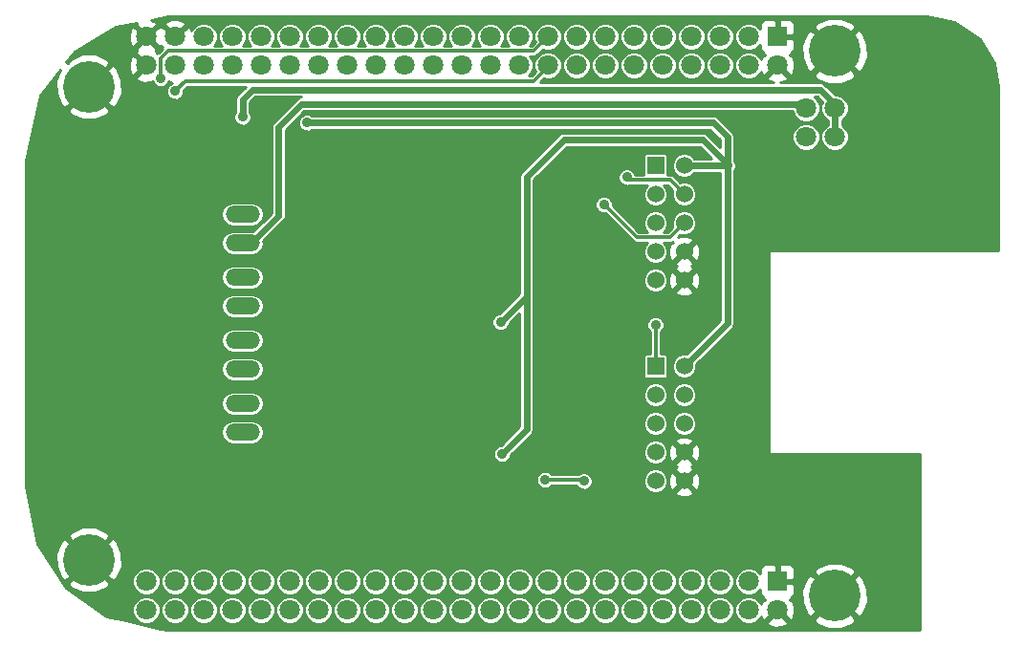
<source format=gbl>
G04 (created by PCBNEW (2013-09-06 BZR 4312)-stable) date T 02 sept  2014 16:17:06 EEST*
%MOIN*%
G04 Gerber Fmt 3.4, Leading zero omitted, Abs format*
%FSLAX34Y34*%
G01*
G70*
G90*
G04 APERTURE LIST*
%ADD10C,0.000787*%
%ADD11C,0.180000*%
%ADD12R,0.070866X0.070866*%
%ADD13C,0.070866*%
%ADD14O,0.118700X0.059300*%
%ADD15R,0.060000X0.060000*%
%ADD16C,0.060000*%
%ADD17C,0.035000*%
%ADD18C,0.024000*%
%ADD19C,0.012000*%
%ADD20C,0.010000*%
G04 APERTURE END LIST*
G54D10*
G54D11*
X44250Y-30750D03*
X70250Y-29500D03*
X70250Y-48500D03*
X44250Y-47250D03*
G54D12*
X68250Y-29000D03*
G54D13*
X68250Y-30000D03*
X67250Y-29000D03*
X67250Y-30000D03*
X66250Y-29000D03*
X66250Y-30000D03*
X65250Y-29000D03*
X65250Y-30000D03*
X64250Y-29000D03*
X64250Y-30000D03*
X63250Y-29000D03*
X63250Y-30000D03*
X62250Y-29000D03*
X62250Y-30000D03*
X61250Y-29000D03*
X61250Y-30000D03*
X60250Y-29000D03*
X60250Y-30000D03*
X59250Y-29000D03*
X59250Y-30000D03*
X58250Y-29000D03*
X58250Y-30000D03*
X57250Y-29000D03*
X57250Y-30000D03*
X56250Y-29000D03*
X56250Y-30000D03*
X55250Y-29000D03*
X55250Y-30000D03*
X54250Y-29000D03*
X54250Y-30000D03*
X53250Y-29000D03*
X53250Y-30000D03*
X52250Y-29000D03*
X52250Y-30000D03*
X51250Y-29000D03*
X51250Y-30000D03*
X50250Y-29000D03*
X50250Y-30000D03*
X49250Y-29000D03*
X49250Y-30000D03*
X48250Y-29000D03*
X48250Y-30000D03*
X47250Y-29000D03*
X47250Y-30000D03*
X46250Y-29000D03*
X46250Y-30000D03*
G54D12*
X68250Y-48000D03*
G54D13*
X68250Y-49000D03*
X67250Y-48000D03*
X67250Y-49000D03*
X66250Y-48000D03*
X66250Y-49000D03*
X65250Y-48000D03*
X65250Y-49000D03*
X64250Y-48000D03*
X64250Y-49000D03*
X63250Y-48000D03*
X63250Y-49000D03*
X62250Y-48000D03*
X62250Y-49000D03*
X61250Y-48000D03*
X61250Y-49000D03*
X60250Y-48000D03*
X60250Y-49000D03*
X59250Y-48000D03*
X59250Y-49000D03*
X58250Y-48000D03*
X58250Y-49000D03*
X57250Y-48000D03*
X57250Y-49000D03*
X56250Y-48000D03*
X56250Y-49000D03*
X55250Y-48000D03*
X55250Y-49000D03*
X54250Y-48000D03*
X54250Y-49000D03*
X53250Y-48000D03*
X53250Y-49000D03*
X52250Y-48000D03*
X52250Y-49000D03*
X51250Y-48000D03*
X51250Y-49000D03*
X50250Y-48000D03*
X50250Y-49000D03*
X49250Y-48000D03*
X49250Y-49000D03*
X48250Y-48000D03*
X48250Y-49000D03*
X47250Y-48000D03*
X47250Y-49000D03*
X46250Y-48000D03*
X46250Y-49000D03*
X70250Y-31500D03*
X70250Y-32500D03*
X69250Y-31500D03*
X69250Y-32500D03*
G54D14*
X49600Y-36200D03*
X49600Y-35200D03*
X49600Y-38400D03*
X49600Y-37400D03*
X49600Y-40600D03*
X49600Y-39600D03*
X49600Y-42800D03*
X49600Y-41800D03*
G54D15*
X64000Y-33500D03*
G54D16*
X65000Y-33500D03*
X64000Y-34500D03*
X65000Y-34500D03*
X64000Y-35500D03*
X65000Y-35500D03*
X64000Y-36500D03*
X65000Y-36500D03*
X64000Y-37500D03*
X65000Y-37500D03*
G54D15*
X64000Y-40500D03*
G54D16*
X65000Y-40500D03*
X64000Y-41500D03*
X65000Y-41500D03*
X64000Y-42500D03*
X65000Y-42500D03*
X64000Y-43500D03*
X65000Y-43500D03*
X64000Y-44500D03*
X65000Y-44500D03*
G54D17*
X51850Y-32000D03*
X58650Y-43550D03*
X58600Y-38950D03*
X66500Y-33500D03*
X49600Y-31800D03*
X63150Y-44000D03*
X61400Y-39300D03*
X62150Y-39300D03*
X61150Y-34500D03*
X57650Y-44050D03*
X57100Y-39000D03*
X46650Y-32800D03*
X44700Y-34250D03*
X46500Y-31700D03*
X46750Y-30450D03*
X47250Y-30900D03*
X61500Y-44500D03*
X60150Y-44450D03*
X64000Y-39050D03*
X62200Y-34850D03*
X63000Y-33900D03*
G54D18*
X66500Y-32500D02*
X66000Y-32000D01*
X66000Y-32000D02*
X52200Y-32000D01*
X66500Y-32500D02*
X66500Y-33500D01*
X51850Y-32000D02*
X52200Y-32000D01*
X59500Y-38050D02*
X59500Y-42700D01*
X59500Y-42700D02*
X58650Y-43550D01*
X66500Y-33450D02*
X65650Y-32600D01*
X59500Y-38050D02*
X58600Y-38950D01*
X59500Y-33900D02*
X59500Y-38050D01*
X60800Y-32600D02*
X59500Y-33900D01*
X65650Y-32600D02*
X60800Y-32600D01*
X66500Y-33500D02*
X66500Y-33450D01*
X66500Y-33450D02*
X66500Y-39000D01*
X66500Y-39000D02*
X65000Y-40500D01*
X66500Y-33500D02*
X65000Y-33500D01*
X49600Y-31800D02*
X49600Y-31200D01*
X49950Y-30850D02*
X50300Y-30850D01*
X70250Y-31350D02*
X70250Y-31500D01*
X69750Y-30850D02*
X50300Y-30850D01*
X70250Y-31350D02*
X69750Y-30850D01*
X49600Y-31200D02*
X49950Y-30850D01*
X49600Y-31800D02*
X49600Y-31750D01*
X70250Y-32500D02*
X70250Y-31500D01*
X49600Y-36200D02*
X49900Y-36200D01*
X69150Y-31500D02*
X69000Y-31350D01*
X69000Y-31350D02*
X52700Y-31350D01*
X69150Y-31500D02*
X69250Y-31500D01*
X51650Y-31350D02*
X52700Y-31350D01*
X50850Y-32150D02*
X51650Y-31350D01*
X50850Y-35250D02*
X50850Y-32150D01*
X49900Y-36200D02*
X50850Y-35250D01*
G54D19*
X65000Y-44500D02*
X64500Y-44000D01*
X64500Y-44000D02*
X63150Y-44000D01*
X62150Y-39300D02*
X61400Y-39300D01*
X59750Y-29500D02*
X47000Y-29500D01*
X47000Y-29500D02*
X46750Y-29750D01*
X46750Y-29750D02*
X46750Y-30450D01*
X60250Y-29000D02*
X59750Y-29500D01*
X60250Y-30050D02*
X59750Y-30550D01*
X59750Y-30550D02*
X47700Y-30550D01*
X60250Y-30050D02*
X60250Y-30000D01*
X47600Y-30550D02*
X47700Y-30550D01*
X47250Y-30900D02*
X47600Y-30550D01*
X61500Y-44500D02*
X61450Y-44450D01*
X61450Y-44450D02*
X60150Y-44450D01*
X64000Y-39050D02*
X64000Y-40500D01*
X64500Y-36000D02*
X65000Y-35500D01*
X63350Y-36000D02*
X64500Y-36000D01*
X62200Y-34850D02*
X63350Y-36000D01*
X64500Y-34000D02*
X65000Y-34500D01*
X63100Y-34000D02*
X64500Y-34000D01*
G54D20*
X63000Y-33900D02*
X63100Y-34000D01*
G54D10*
G36*
X47326Y-30005D02*
X47255Y-30076D01*
X47250Y-30070D01*
X47244Y-30076D01*
X47173Y-30005D01*
X47179Y-30000D01*
X47173Y-29994D01*
X47244Y-29923D01*
X47250Y-29929D01*
X47255Y-29923D01*
X47326Y-29994D01*
X47320Y-30000D01*
X47326Y-30005D01*
X47326Y-30005D01*
G37*
G54D20*
X47326Y-30005D02*
X47255Y-30076D01*
X47250Y-30070D01*
X47244Y-30076D01*
X47173Y-30005D01*
X47179Y-30000D01*
X47173Y-29994D01*
X47244Y-29923D01*
X47250Y-29929D01*
X47255Y-29923D01*
X47326Y-29994D01*
X47320Y-30000D01*
X47326Y-30005D01*
G54D10*
G36*
X75950Y-36450D02*
X71400Y-36450D01*
X71400Y-29724D01*
X71399Y-29267D01*
X71227Y-28851D01*
X71069Y-28751D01*
X70998Y-28821D01*
X70998Y-28680D01*
X70898Y-28522D01*
X70474Y-28349D01*
X70017Y-28350D01*
X69601Y-28522D01*
X69501Y-28680D01*
X70250Y-29429D01*
X70998Y-28680D01*
X70998Y-28821D01*
X70320Y-29500D01*
X71069Y-30248D01*
X71227Y-30148D01*
X71400Y-29724D01*
X71400Y-36450D01*
X70998Y-36450D01*
X70998Y-30319D01*
X70250Y-29570D01*
X70179Y-29641D01*
X70179Y-29500D01*
X69430Y-28751D01*
X69272Y-28851D01*
X69099Y-29275D01*
X69100Y-29732D01*
X69272Y-30148D01*
X69430Y-30248D01*
X70179Y-29500D01*
X70179Y-29641D01*
X69501Y-30319D01*
X69601Y-30477D01*
X70025Y-30650D01*
X70482Y-30649D01*
X70898Y-30477D01*
X70998Y-30319D01*
X70998Y-36450D01*
X70734Y-36450D01*
X70734Y-32404D01*
X70660Y-32226D01*
X70524Y-32089D01*
X70500Y-32079D01*
X70500Y-31920D01*
X70523Y-31910D01*
X70660Y-31774D01*
X70734Y-31596D01*
X70734Y-31404D01*
X70660Y-31226D01*
X70524Y-31089D01*
X70346Y-31015D01*
X70269Y-31015D01*
X69926Y-30673D01*
X69845Y-30619D01*
X69750Y-30600D01*
X68858Y-30600D01*
X68858Y-30094D01*
X68854Y-29987D01*
X68848Y-29854D01*
X68776Y-29679D01*
X68675Y-29645D01*
X68720Y-29600D01*
X68703Y-29583D01*
X68745Y-29566D01*
X68816Y-29495D01*
X68854Y-29404D01*
X68854Y-29304D01*
X68854Y-29112D01*
X68854Y-28887D01*
X68854Y-28695D01*
X68854Y-28595D01*
X68816Y-28504D01*
X68745Y-28433D01*
X68654Y-28395D01*
X68362Y-28395D01*
X68300Y-28458D01*
X68300Y-28950D01*
X68791Y-28950D01*
X68854Y-28887D01*
X68854Y-29112D01*
X68791Y-29050D01*
X68300Y-29050D01*
X68300Y-29057D01*
X68200Y-29057D01*
X68200Y-29050D01*
X68192Y-29050D01*
X68192Y-28950D01*
X68200Y-28950D01*
X68200Y-28458D01*
X68137Y-28395D01*
X67845Y-28395D01*
X67754Y-28433D01*
X67683Y-28504D01*
X67645Y-28595D01*
X67645Y-28695D01*
X67645Y-28710D01*
X67524Y-28589D01*
X67346Y-28515D01*
X67154Y-28515D01*
X66976Y-28589D01*
X66839Y-28725D01*
X66765Y-28903D01*
X66765Y-29095D01*
X66839Y-29273D01*
X66975Y-29410D01*
X67153Y-29484D01*
X67345Y-29484D01*
X67523Y-29410D01*
X67645Y-29289D01*
X67645Y-29304D01*
X67645Y-29404D01*
X67683Y-29495D01*
X67754Y-29566D01*
X67796Y-29583D01*
X67779Y-29600D01*
X67824Y-29645D01*
X67723Y-29679D01*
X67685Y-29784D01*
X67660Y-29726D01*
X67524Y-29589D01*
X67346Y-29515D01*
X67154Y-29515D01*
X66976Y-29589D01*
X66839Y-29725D01*
X66765Y-29903D01*
X66765Y-30095D01*
X66839Y-30273D01*
X66975Y-30410D01*
X67153Y-30484D01*
X67345Y-30484D01*
X67523Y-30410D01*
X67660Y-30274D01*
X67682Y-30221D01*
X67723Y-30320D01*
X67824Y-30354D01*
X68179Y-30000D01*
X68173Y-29994D01*
X68244Y-29923D01*
X68250Y-29929D01*
X68255Y-29923D01*
X68326Y-29994D01*
X68320Y-30000D01*
X68675Y-30354D01*
X68776Y-30320D01*
X68858Y-30094D01*
X68858Y-30600D01*
X68365Y-30600D01*
X68395Y-30598D01*
X68570Y-30526D01*
X68604Y-30425D01*
X68250Y-30070D01*
X68179Y-30141D01*
X67895Y-30425D01*
X67929Y-30526D01*
X68131Y-30600D01*
X66734Y-30600D01*
X66734Y-29904D01*
X66734Y-28904D01*
X66660Y-28726D01*
X66524Y-28589D01*
X66346Y-28515D01*
X66154Y-28515D01*
X65976Y-28589D01*
X65839Y-28725D01*
X65765Y-28903D01*
X65765Y-29095D01*
X65839Y-29273D01*
X65975Y-29410D01*
X66153Y-29484D01*
X66345Y-29484D01*
X66523Y-29410D01*
X66660Y-29274D01*
X66734Y-29096D01*
X66734Y-28904D01*
X66734Y-29904D01*
X66660Y-29726D01*
X66524Y-29589D01*
X66346Y-29515D01*
X66154Y-29515D01*
X65976Y-29589D01*
X65839Y-29725D01*
X65765Y-29903D01*
X65765Y-30095D01*
X65839Y-30273D01*
X65975Y-30410D01*
X66153Y-30484D01*
X66345Y-30484D01*
X66523Y-30410D01*
X66660Y-30274D01*
X66734Y-30096D01*
X66734Y-29904D01*
X66734Y-30600D01*
X65734Y-30600D01*
X65734Y-29904D01*
X65734Y-28904D01*
X65660Y-28726D01*
X65524Y-28589D01*
X65346Y-28515D01*
X65154Y-28515D01*
X64976Y-28589D01*
X64839Y-28725D01*
X64765Y-28903D01*
X64765Y-29095D01*
X64839Y-29273D01*
X64975Y-29410D01*
X65153Y-29484D01*
X65345Y-29484D01*
X65523Y-29410D01*
X65660Y-29274D01*
X65734Y-29096D01*
X65734Y-28904D01*
X65734Y-29904D01*
X65660Y-29726D01*
X65524Y-29589D01*
X65346Y-29515D01*
X65154Y-29515D01*
X64976Y-29589D01*
X64839Y-29725D01*
X64765Y-29903D01*
X64765Y-30095D01*
X64839Y-30273D01*
X64975Y-30410D01*
X65153Y-30484D01*
X65345Y-30484D01*
X65523Y-30410D01*
X65660Y-30274D01*
X65734Y-30096D01*
X65734Y-29904D01*
X65734Y-30600D01*
X64734Y-30600D01*
X64734Y-29904D01*
X64734Y-28904D01*
X64660Y-28726D01*
X64524Y-28589D01*
X64346Y-28515D01*
X64154Y-28515D01*
X63976Y-28589D01*
X63839Y-28725D01*
X63765Y-28903D01*
X63765Y-29095D01*
X63839Y-29273D01*
X63975Y-29410D01*
X64153Y-29484D01*
X64345Y-29484D01*
X64523Y-29410D01*
X64660Y-29274D01*
X64734Y-29096D01*
X64734Y-28904D01*
X64734Y-29904D01*
X64660Y-29726D01*
X64524Y-29589D01*
X64346Y-29515D01*
X64154Y-29515D01*
X63976Y-29589D01*
X63839Y-29725D01*
X63765Y-29903D01*
X63765Y-30095D01*
X63839Y-30273D01*
X63975Y-30410D01*
X64153Y-30484D01*
X64345Y-30484D01*
X64523Y-30410D01*
X64660Y-30274D01*
X64734Y-30096D01*
X64734Y-29904D01*
X64734Y-30600D01*
X63734Y-30600D01*
X63734Y-29904D01*
X63734Y-28904D01*
X63660Y-28726D01*
X63524Y-28589D01*
X63346Y-28515D01*
X63154Y-28515D01*
X62976Y-28589D01*
X62839Y-28725D01*
X62765Y-28903D01*
X62765Y-29095D01*
X62839Y-29273D01*
X62975Y-29410D01*
X63153Y-29484D01*
X63345Y-29484D01*
X63523Y-29410D01*
X63660Y-29274D01*
X63734Y-29096D01*
X63734Y-28904D01*
X63734Y-29904D01*
X63660Y-29726D01*
X63524Y-29589D01*
X63346Y-29515D01*
X63154Y-29515D01*
X62976Y-29589D01*
X62839Y-29725D01*
X62765Y-29903D01*
X62765Y-30095D01*
X62839Y-30273D01*
X62975Y-30410D01*
X63153Y-30484D01*
X63345Y-30484D01*
X63523Y-30410D01*
X63660Y-30274D01*
X63734Y-30096D01*
X63734Y-29904D01*
X63734Y-30600D01*
X62734Y-30600D01*
X62734Y-29904D01*
X62734Y-28904D01*
X62660Y-28726D01*
X62524Y-28589D01*
X62346Y-28515D01*
X62154Y-28515D01*
X61976Y-28589D01*
X61839Y-28725D01*
X61765Y-28903D01*
X61765Y-29095D01*
X61839Y-29273D01*
X61975Y-29410D01*
X62153Y-29484D01*
X62345Y-29484D01*
X62523Y-29410D01*
X62660Y-29274D01*
X62734Y-29096D01*
X62734Y-28904D01*
X62734Y-29904D01*
X62660Y-29726D01*
X62524Y-29589D01*
X62346Y-29515D01*
X62154Y-29515D01*
X61976Y-29589D01*
X61839Y-29725D01*
X61765Y-29903D01*
X61765Y-30095D01*
X61839Y-30273D01*
X61975Y-30410D01*
X62153Y-30484D01*
X62345Y-30484D01*
X62523Y-30410D01*
X62660Y-30274D01*
X62734Y-30096D01*
X62734Y-29904D01*
X62734Y-30600D01*
X61734Y-30600D01*
X61734Y-29904D01*
X61734Y-28904D01*
X61660Y-28726D01*
X61524Y-28589D01*
X61346Y-28515D01*
X61154Y-28515D01*
X60976Y-28589D01*
X60839Y-28725D01*
X60765Y-28903D01*
X60765Y-29095D01*
X60839Y-29273D01*
X60975Y-29410D01*
X61153Y-29484D01*
X61345Y-29484D01*
X61523Y-29410D01*
X61660Y-29274D01*
X61734Y-29096D01*
X61734Y-28904D01*
X61734Y-29904D01*
X61660Y-29726D01*
X61524Y-29589D01*
X61346Y-29515D01*
X61154Y-29515D01*
X60976Y-29589D01*
X60839Y-29725D01*
X60765Y-29903D01*
X60765Y-30095D01*
X60839Y-30273D01*
X60975Y-30410D01*
X61153Y-30484D01*
X61345Y-30484D01*
X61523Y-30410D01*
X61660Y-30274D01*
X61734Y-30096D01*
X61734Y-29904D01*
X61734Y-30600D01*
X59968Y-30600D01*
X60104Y-30464D01*
X60153Y-30484D01*
X60345Y-30484D01*
X60523Y-30410D01*
X60660Y-30274D01*
X60734Y-30096D01*
X60734Y-29904D01*
X60660Y-29726D01*
X60524Y-29589D01*
X60346Y-29515D01*
X60154Y-29515D01*
X59976Y-29589D01*
X59839Y-29725D01*
X59765Y-29903D01*
X59765Y-30095D01*
X59815Y-30216D01*
X59671Y-30360D01*
X59574Y-30360D01*
X59660Y-30274D01*
X59734Y-30096D01*
X59734Y-29904D01*
X59660Y-29726D01*
X59624Y-29690D01*
X59750Y-29690D01*
X59822Y-29675D01*
X59884Y-29634D01*
X60069Y-29449D01*
X60153Y-29484D01*
X60345Y-29484D01*
X60523Y-29410D01*
X60660Y-29274D01*
X60734Y-29096D01*
X60734Y-28904D01*
X60660Y-28726D01*
X60524Y-28589D01*
X60346Y-28515D01*
X60154Y-28515D01*
X59976Y-28589D01*
X59839Y-28725D01*
X59765Y-28903D01*
X59765Y-29095D01*
X59800Y-29180D01*
X59671Y-29310D01*
X59625Y-29310D01*
X59660Y-29274D01*
X59734Y-29096D01*
X59734Y-28904D01*
X59660Y-28726D01*
X59524Y-28589D01*
X59346Y-28515D01*
X59154Y-28515D01*
X58976Y-28589D01*
X58839Y-28725D01*
X58765Y-28903D01*
X58765Y-29095D01*
X58839Y-29273D01*
X58875Y-29310D01*
X58625Y-29310D01*
X58660Y-29274D01*
X58734Y-29096D01*
X58734Y-28904D01*
X58660Y-28726D01*
X58524Y-28589D01*
X58346Y-28515D01*
X58154Y-28515D01*
X57976Y-28589D01*
X57839Y-28725D01*
X57765Y-28903D01*
X57765Y-29095D01*
X57839Y-29273D01*
X57875Y-29310D01*
X57625Y-29310D01*
X57660Y-29274D01*
X57734Y-29096D01*
X57734Y-28904D01*
X57660Y-28726D01*
X57524Y-28589D01*
X57346Y-28515D01*
X57154Y-28515D01*
X56976Y-28589D01*
X56839Y-28725D01*
X56765Y-28903D01*
X56765Y-29095D01*
X56839Y-29273D01*
X56875Y-29310D01*
X56625Y-29310D01*
X56660Y-29274D01*
X56734Y-29096D01*
X56734Y-28904D01*
X56660Y-28726D01*
X56524Y-28589D01*
X56346Y-28515D01*
X56154Y-28515D01*
X55976Y-28589D01*
X55839Y-28725D01*
X55765Y-28903D01*
X55765Y-29095D01*
X55839Y-29273D01*
X55875Y-29310D01*
X55625Y-29310D01*
X55660Y-29274D01*
X55734Y-29096D01*
X55734Y-28904D01*
X55660Y-28726D01*
X55524Y-28589D01*
X55346Y-28515D01*
X55154Y-28515D01*
X54976Y-28589D01*
X54839Y-28725D01*
X54765Y-28903D01*
X54765Y-29095D01*
X54839Y-29273D01*
X54875Y-29310D01*
X54625Y-29310D01*
X54660Y-29274D01*
X54734Y-29096D01*
X54734Y-28904D01*
X54660Y-28726D01*
X54524Y-28589D01*
X54346Y-28515D01*
X54154Y-28515D01*
X53976Y-28589D01*
X53839Y-28725D01*
X53765Y-28903D01*
X53765Y-29095D01*
X53839Y-29273D01*
X53875Y-29310D01*
X53625Y-29310D01*
X53660Y-29274D01*
X53734Y-29096D01*
X53734Y-28904D01*
X53660Y-28726D01*
X53524Y-28589D01*
X53346Y-28515D01*
X53154Y-28515D01*
X52976Y-28589D01*
X52839Y-28725D01*
X52765Y-28903D01*
X52765Y-29095D01*
X52839Y-29273D01*
X52875Y-29310D01*
X52625Y-29310D01*
X52660Y-29274D01*
X52734Y-29096D01*
X52734Y-28904D01*
X52660Y-28726D01*
X52524Y-28589D01*
X52346Y-28515D01*
X52154Y-28515D01*
X51976Y-28589D01*
X51839Y-28725D01*
X51765Y-28903D01*
X51765Y-29095D01*
X51839Y-29273D01*
X51875Y-29310D01*
X51625Y-29310D01*
X51660Y-29274D01*
X51734Y-29096D01*
X51734Y-28904D01*
X51660Y-28726D01*
X51524Y-28589D01*
X51346Y-28515D01*
X51154Y-28515D01*
X50976Y-28589D01*
X50839Y-28725D01*
X50765Y-28903D01*
X50765Y-29095D01*
X50839Y-29273D01*
X50875Y-29310D01*
X50625Y-29310D01*
X50660Y-29274D01*
X50734Y-29096D01*
X50734Y-28904D01*
X50660Y-28726D01*
X50524Y-28589D01*
X50346Y-28515D01*
X50154Y-28515D01*
X49976Y-28589D01*
X49839Y-28725D01*
X49765Y-28903D01*
X49765Y-29095D01*
X49839Y-29273D01*
X49875Y-29310D01*
X49625Y-29310D01*
X49660Y-29274D01*
X49734Y-29096D01*
X49734Y-28904D01*
X49660Y-28726D01*
X49524Y-28589D01*
X49346Y-28515D01*
X49154Y-28515D01*
X48976Y-28589D01*
X48839Y-28725D01*
X48765Y-28903D01*
X48765Y-29095D01*
X48839Y-29273D01*
X48875Y-29310D01*
X48625Y-29310D01*
X48660Y-29274D01*
X48734Y-29096D01*
X48734Y-28904D01*
X48660Y-28726D01*
X48524Y-28589D01*
X48346Y-28515D01*
X48154Y-28515D01*
X47976Y-28589D01*
X47839Y-28725D01*
X47817Y-28778D01*
X47776Y-28679D01*
X47675Y-28645D01*
X47604Y-28716D01*
X47604Y-28574D01*
X47570Y-28473D01*
X47344Y-28391D01*
X47104Y-28401D01*
X46929Y-28473D01*
X46895Y-28574D01*
X47250Y-28929D01*
X47604Y-28574D01*
X47604Y-28716D01*
X47320Y-29000D01*
X47326Y-29005D01*
X47255Y-29076D01*
X47250Y-29070D01*
X47244Y-29076D01*
X47179Y-29011D01*
X47173Y-29005D01*
X47179Y-29000D01*
X46824Y-28645D01*
X46750Y-28670D01*
X46675Y-28645D01*
X46320Y-29000D01*
X46675Y-29354D01*
X46750Y-29329D01*
X46824Y-29354D01*
X46779Y-29399D01*
X46805Y-29425D01*
X46675Y-29555D01*
X46649Y-29529D01*
X46604Y-29574D01*
X46579Y-29500D01*
X46604Y-29425D01*
X46250Y-29070D01*
X46179Y-29141D01*
X46179Y-29000D01*
X45824Y-28645D01*
X45723Y-28679D01*
X45641Y-28905D01*
X45651Y-29145D01*
X45723Y-29320D01*
X45824Y-29354D01*
X46179Y-29000D01*
X46179Y-29141D01*
X45895Y-29425D01*
X45920Y-29500D01*
X45895Y-29574D01*
X46250Y-29929D01*
X46255Y-29923D01*
X46326Y-29994D01*
X46320Y-30000D01*
X46326Y-30005D01*
X46255Y-30076D01*
X46250Y-30070D01*
X46179Y-30141D01*
X46179Y-30000D01*
X45824Y-29645D01*
X45723Y-29679D01*
X45641Y-29905D01*
X45651Y-30145D01*
X45723Y-30320D01*
X45824Y-30354D01*
X46179Y-30000D01*
X46179Y-30141D01*
X45895Y-30425D01*
X45929Y-30526D01*
X46155Y-30608D01*
X46395Y-30598D01*
X46468Y-30568D01*
X46491Y-30622D01*
X46577Y-30708D01*
X46689Y-30754D01*
X46810Y-30755D01*
X46922Y-30708D01*
X47008Y-30622D01*
X47032Y-30564D01*
X47155Y-30608D01*
X47156Y-30608D01*
X47077Y-30641D01*
X46991Y-30727D01*
X46945Y-30839D01*
X46944Y-30960D01*
X46991Y-31072D01*
X47077Y-31158D01*
X47189Y-31204D01*
X47310Y-31205D01*
X47422Y-31158D01*
X47508Y-31072D01*
X47554Y-30960D01*
X47555Y-30863D01*
X47678Y-30740D01*
X47700Y-30740D01*
X49706Y-30740D01*
X49423Y-31023D01*
X49369Y-31104D01*
X49350Y-31200D01*
X49350Y-31618D01*
X49341Y-31627D01*
X49295Y-31739D01*
X49294Y-31860D01*
X49341Y-31972D01*
X49427Y-32058D01*
X49539Y-32104D01*
X49660Y-32105D01*
X49772Y-32058D01*
X49858Y-31972D01*
X49904Y-31860D01*
X49905Y-31739D01*
X49858Y-31627D01*
X49850Y-31618D01*
X49850Y-31303D01*
X50053Y-31100D01*
X50300Y-31100D01*
X51650Y-31100D01*
X51554Y-31119D01*
X51473Y-31173D01*
X50673Y-31973D01*
X50619Y-32054D01*
X50600Y-32150D01*
X50600Y-35146D01*
X50337Y-35408D01*
X50337Y-35200D01*
X50305Y-35036D01*
X50212Y-34898D01*
X50074Y-34805D01*
X49911Y-34773D01*
X49288Y-34773D01*
X49125Y-34805D01*
X48987Y-34898D01*
X48894Y-35036D01*
X48862Y-35200D01*
X48894Y-35363D01*
X48987Y-35501D01*
X49125Y-35594D01*
X49288Y-35626D01*
X49911Y-35626D01*
X50074Y-35594D01*
X50212Y-35501D01*
X50305Y-35363D01*
X50337Y-35200D01*
X50337Y-35408D01*
X49962Y-35783D01*
X49911Y-35773D01*
X49288Y-35773D01*
X49125Y-35805D01*
X48987Y-35898D01*
X48894Y-36036D01*
X48862Y-36200D01*
X48894Y-36363D01*
X48987Y-36501D01*
X49125Y-36594D01*
X49288Y-36626D01*
X49911Y-36626D01*
X50074Y-36594D01*
X50212Y-36501D01*
X50305Y-36363D01*
X50337Y-36200D01*
X50323Y-36129D01*
X51026Y-35426D01*
X51080Y-35345D01*
X51080Y-35345D01*
X51100Y-35250D01*
X51100Y-32253D01*
X51753Y-31600D01*
X52700Y-31600D01*
X68767Y-31600D01*
X68839Y-31773D01*
X68975Y-31910D01*
X69153Y-31984D01*
X69345Y-31984D01*
X69523Y-31910D01*
X69660Y-31774D01*
X69734Y-31596D01*
X69734Y-31404D01*
X69660Y-31226D01*
X69535Y-31100D01*
X69646Y-31100D01*
X69819Y-31273D01*
X69765Y-31403D01*
X69765Y-31595D01*
X69839Y-31773D01*
X69975Y-31910D01*
X70000Y-31920D01*
X70000Y-32079D01*
X69976Y-32089D01*
X69839Y-32225D01*
X69765Y-32403D01*
X69765Y-32595D01*
X69839Y-32773D01*
X69975Y-32910D01*
X70153Y-32984D01*
X70345Y-32984D01*
X70523Y-32910D01*
X70660Y-32774D01*
X70734Y-32596D01*
X70734Y-32404D01*
X70734Y-36450D01*
X69734Y-36450D01*
X69734Y-32404D01*
X69660Y-32226D01*
X69524Y-32089D01*
X69346Y-32015D01*
X69154Y-32015D01*
X68976Y-32089D01*
X68839Y-32225D01*
X68765Y-32403D01*
X68765Y-32595D01*
X68839Y-32773D01*
X68975Y-32910D01*
X69153Y-32984D01*
X69345Y-32984D01*
X69523Y-32910D01*
X69660Y-32774D01*
X69734Y-32596D01*
X69734Y-32404D01*
X69734Y-36450D01*
X67950Y-36450D01*
X67950Y-43550D01*
X73200Y-43550D01*
X73200Y-49700D01*
X71400Y-49700D01*
X71400Y-48724D01*
X71399Y-48267D01*
X71227Y-47851D01*
X71069Y-47751D01*
X70998Y-47821D01*
X70998Y-47680D01*
X70898Y-47522D01*
X70474Y-47349D01*
X70017Y-47350D01*
X69601Y-47522D01*
X69501Y-47680D01*
X70250Y-48429D01*
X70998Y-47680D01*
X70998Y-47821D01*
X70320Y-48500D01*
X71069Y-49248D01*
X71227Y-49148D01*
X71400Y-48724D01*
X71400Y-49700D01*
X70998Y-49700D01*
X70998Y-49319D01*
X70250Y-48570D01*
X70179Y-48641D01*
X70179Y-48500D01*
X69430Y-47751D01*
X69272Y-47851D01*
X69099Y-48275D01*
X69100Y-48732D01*
X69272Y-49148D01*
X69430Y-49248D01*
X70179Y-48500D01*
X70179Y-48641D01*
X69501Y-49319D01*
X69601Y-49477D01*
X70025Y-49650D01*
X70482Y-49649D01*
X70898Y-49477D01*
X70998Y-49319D01*
X70998Y-49700D01*
X68858Y-49700D01*
X68858Y-49094D01*
X68854Y-48987D01*
X68848Y-48854D01*
X68776Y-48679D01*
X68675Y-48645D01*
X68720Y-48600D01*
X68703Y-48583D01*
X68745Y-48566D01*
X68816Y-48495D01*
X68854Y-48404D01*
X68854Y-48304D01*
X68854Y-48112D01*
X68854Y-47887D01*
X68854Y-47695D01*
X68854Y-47595D01*
X68816Y-47504D01*
X68745Y-47433D01*
X68654Y-47395D01*
X68362Y-47395D01*
X68300Y-47458D01*
X68300Y-47950D01*
X68791Y-47950D01*
X68854Y-47887D01*
X68854Y-48112D01*
X68791Y-48050D01*
X68300Y-48050D01*
X68300Y-48057D01*
X68200Y-48057D01*
X68200Y-48050D01*
X68192Y-48050D01*
X68192Y-47950D01*
X68200Y-47950D01*
X68200Y-47458D01*
X68137Y-47395D01*
X67845Y-47395D01*
X67754Y-47433D01*
X67683Y-47504D01*
X67645Y-47595D01*
X67645Y-47695D01*
X67645Y-47710D01*
X67524Y-47589D01*
X67346Y-47515D01*
X67154Y-47515D01*
X66976Y-47589D01*
X66839Y-47725D01*
X66805Y-47808D01*
X66805Y-33439D01*
X66758Y-33327D01*
X66750Y-33318D01*
X66750Y-32500D01*
X66730Y-32404D01*
X66676Y-32323D01*
X66176Y-31823D01*
X66095Y-31769D01*
X66000Y-31750D01*
X52200Y-31750D01*
X52031Y-31750D01*
X52022Y-31741D01*
X51910Y-31695D01*
X51789Y-31694D01*
X51677Y-31741D01*
X51591Y-31827D01*
X51545Y-31939D01*
X51544Y-32060D01*
X51591Y-32172D01*
X51677Y-32258D01*
X51789Y-32304D01*
X51910Y-32305D01*
X52022Y-32258D01*
X52031Y-32250D01*
X52200Y-32250D01*
X65896Y-32250D01*
X66250Y-32603D01*
X66250Y-32846D01*
X65826Y-32423D01*
X65745Y-32369D01*
X65650Y-32350D01*
X60800Y-32350D01*
X60704Y-32369D01*
X60623Y-32423D01*
X59323Y-33723D01*
X59269Y-33804D01*
X59250Y-33900D01*
X59250Y-37946D01*
X58551Y-38644D01*
X58539Y-38644D01*
X58427Y-38691D01*
X58341Y-38777D01*
X58295Y-38889D01*
X58294Y-39010D01*
X58341Y-39122D01*
X58427Y-39208D01*
X58539Y-39254D01*
X58660Y-39255D01*
X58772Y-39208D01*
X58858Y-39122D01*
X58904Y-39010D01*
X58904Y-38998D01*
X59250Y-38653D01*
X59250Y-42596D01*
X58601Y-43244D01*
X58589Y-43244D01*
X58477Y-43291D01*
X58391Y-43377D01*
X58345Y-43489D01*
X58344Y-43610D01*
X58391Y-43722D01*
X58477Y-43808D01*
X58589Y-43854D01*
X58710Y-43855D01*
X58822Y-43808D01*
X58908Y-43722D01*
X58954Y-43610D01*
X58954Y-43598D01*
X59676Y-42876D01*
X59730Y-42795D01*
X59750Y-42700D01*
X59750Y-38050D01*
X59750Y-34003D01*
X60903Y-32850D01*
X65546Y-32850D01*
X65946Y-33250D01*
X65358Y-33250D01*
X65243Y-33135D01*
X65085Y-33070D01*
X64914Y-33069D01*
X64756Y-33135D01*
X64635Y-33256D01*
X64570Y-33414D01*
X64569Y-33585D01*
X64635Y-33743D01*
X64756Y-33864D01*
X64914Y-33929D01*
X65085Y-33930D01*
X65243Y-33864D01*
X65358Y-33750D01*
X66250Y-33750D01*
X66250Y-38896D01*
X65554Y-39591D01*
X65554Y-37581D01*
X65554Y-36581D01*
X65543Y-36363D01*
X65481Y-36212D01*
X65430Y-36197D01*
X65430Y-35414D01*
X65430Y-34414D01*
X65364Y-34256D01*
X65243Y-34135D01*
X65085Y-34070D01*
X64914Y-34069D01*
X64860Y-34092D01*
X64634Y-33865D01*
X64572Y-33824D01*
X64500Y-33810D01*
X64430Y-33810D01*
X64430Y-33774D01*
X64430Y-33174D01*
X64410Y-33126D01*
X64373Y-33089D01*
X64325Y-33070D01*
X64274Y-33070D01*
X63674Y-33070D01*
X63626Y-33089D01*
X63589Y-33126D01*
X63570Y-33174D01*
X63570Y-33225D01*
X63570Y-33810D01*
X63292Y-33810D01*
X63258Y-33727D01*
X63172Y-33641D01*
X63060Y-33595D01*
X62939Y-33594D01*
X62827Y-33641D01*
X62741Y-33727D01*
X62695Y-33839D01*
X62694Y-33960D01*
X62741Y-34072D01*
X62827Y-34158D01*
X62939Y-34204D01*
X63060Y-34205D01*
X63097Y-34189D01*
X63100Y-34190D01*
X63701Y-34190D01*
X63635Y-34256D01*
X63570Y-34414D01*
X63569Y-34585D01*
X63635Y-34743D01*
X63756Y-34864D01*
X63914Y-34929D01*
X64085Y-34930D01*
X64243Y-34864D01*
X64364Y-34743D01*
X64429Y-34585D01*
X64430Y-34414D01*
X64364Y-34256D01*
X64298Y-34190D01*
X64421Y-34190D01*
X64592Y-34360D01*
X64570Y-34414D01*
X64569Y-34585D01*
X64635Y-34743D01*
X64756Y-34864D01*
X64914Y-34929D01*
X65085Y-34930D01*
X65243Y-34864D01*
X65364Y-34743D01*
X65429Y-34585D01*
X65430Y-34414D01*
X65430Y-35414D01*
X65364Y-35256D01*
X65243Y-35135D01*
X65085Y-35070D01*
X64914Y-35069D01*
X64756Y-35135D01*
X64635Y-35256D01*
X64570Y-35414D01*
X64569Y-35585D01*
X64592Y-35639D01*
X64421Y-35810D01*
X64298Y-35810D01*
X64364Y-35743D01*
X64429Y-35585D01*
X64430Y-35414D01*
X64364Y-35256D01*
X64243Y-35135D01*
X64085Y-35070D01*
X63914Y-35069D01*
X63756Y-35135D01*
X63635Y-35256D01*
X63570Y-35414D01*
X63569Y-35585D01*
X63635Y-35743D01*
X63701Y-35810D01*
X63428Y-35810D01*
X62504Y-34886D01*
X62505Y-34789D01*
X62458Y-34677D01*
X62372Y-34591D01*
X62260Y-34545D01*
X62139Y-34544D01*
X62027Y-34591D01*
X61941Y-34677D01*
X61895Y-34789D01*
X61894Y-34910D01*
X61941Y-35022D01*
X62027Y-35108D01*
X62139Y-35154D01*
X62236Y-35155D01*
X63215Y-36134D01*
X63277Y-36175D01*
X63350Y-36190D01*
X63350Y-36190D01*
X63350Y-36190D01*
X63701Y-36190D01*
X63635Y-36256D01*
X63570Y-36414D01*
X63569Y-36585D01*
X63635Y-36743D01*
X63756Y-36864D01*
X63914Y-36929D01*
X64085Y-36930D01*
X64243Y-36864D01*
X64364Y-36743D01*
X64429Y-36585D01*
X64430Y-36414D01*
X64364Y-36256D01*
X64298Y-36190D01*
X64500Y-36190D01*
X64572Y-36175D01*
X64591Y-36162D01*
X64614Y-36184D01*
X64518Y-36212D01*
X64445Y-36418D01*
X64456Y-36636D01*
X64518Y-36787D01*
X64614Y-36815D01*
X64929Y-36500D01*
X64923Y-36494D01*
X64994Y-36423D01*
X65000Y-36429D01*
X65315Y-36114D01*
X65287Y-36018D01*
X65081Y-35945D01*
X64863Y-35956D01*
X64776Y-35992D01*
X64860Y-35907D01*
X64914Y-35929D01*
X65085Y-35930D01*
X65243Y-35864D01*
X65364Y-35743D01*
X65429Y-35585D01*
X65430Y-35414D01*
X65430Y-36197D01*
X65385Y-36184D01*
X65070Y-36500D01*
X65385Y-36815D01*
X65481Y-36787D01*
X65554Y-36581D01*
X65554Y-37581D01*
X65543Y-37363D01*
X65481Y-37212D01*
X65385Y-37184D01*
X65315Y-37255D01*
X65315Y-37114D01*
X65287Y-37018D01*
X65239Y-37001D01*
X65287Y-36981D01*
X65315Y-36885D01*
X65000Y-36570D01*
X64929Y-36641D01*
X64684Y-36885D01*
X64712Y-36981D01*
X64760Y-36998D01*
X64712Y-37018D01*
X64684Y-37114D01*
X65000Y-37429D01*
X65315Y-37114D01*
X65315Y-37255D01*
X65070Y-37500D01*
X65385Y-37815D01*
X65481Y-37787D01*
X65554Y-37581D01*
X65554Y-39591D01*
X65315Y-39831D01*
X65315Y-37885D01*
X65000Y-37570D01*
X64929Y-37641D01*
X64929Y-37500D01*
X64614Y-37184D01*
X64518Y-37212D01*
X64445Y-37418D01*
X64456Y-37636D01*
X64518Y-37787D01*
X64614Y-37815D01*
X64929Y-37500D01*
X64929Y-37641D01*
X64684Y-37885D01*
X64712Y-37981D01*
X64918Y-38054D01*
X65136Y-38043D01*
X65287Y-37981D01*
X65315Y-37885D01*
X65315Y-39831D01*
X65076Y-40070D01*
X64914Y-40069D01*
X64756Y-40135D01*
X64635Y-40256D01*
X64570Y-40414D01*
X64569Y-40585D01*
X64635Y-40743D01*
X64756Y-40864D01*
X64914Y-40929D01*
X65085Y-40930D01*
X65243Y-40864D01*
X65364Y-40743D01*
X65429Y-40585D01*
X65430Y-40423D01*
X66676Y-39176D01*
X66730Y-39095D01*
X66750Y-39000D01*
X66750Y-39000D01*
X66750Y-38999D01*
X66750Y-33681D01*
X66758Y-33672D01*
X66804Y-33560D01*
X66805Y-33439D01*
X66805Y-47808D01*
X66765Y-47903D01*
X66765Y-48095D01*
X66839Y-48273D01*
X66975Y-48410D01*
X67153Y-48484D01*
X67345Y-48484D01*
X67523Y-48410D01*
X67645Y-48289D01*
X67645Y-48304D01*
X67645Y-48404D01*
X67683Y-48495D01*
X67754Y-48566D01*
X67796Y-48583D01*
X67779Y-48600D01*
X67824Y-48645D01*
X67723Y-48679D01*
X67685Y-48784D01*
X67660Y-48726D01*
X67524Y-48589D01*
X67346Y-48515D01*
X67154Y-48515D01*
X66976Y-48589D01*
X66839Y-48725D01*
X66765Y-48903D01*
X66765Y-49095D01*
X66839Y-49273D01*
X66975Y-49410D01*
X67153Y-49484D01*
X67345Y-49484D01*
X67523Y-49410D01*
X67660Y-49274D01*
X67682Y-49221D01*
X67723Y-49320D01*
X67824Y-49354D01*
X68179Y-49000D01*
X68173Y-48994D01*
X68244Y-48923D01*
X68250Y-48929D01*
X68255Y-48923D01*
X68326Y-48994D01*
X68320Y-49000D01*
X68675Y-49354D01*
X68776Y-49320D01*
X68858Y-49094D01*
X68858Y-49700D01*
X68604Y-49700D01*
X68604Y-49425D01*
X68250Y-49070D01*
X68179Y-49141D01*
X67895Y-49425D01*
X67929Y-49526D01*
X68155Y-49608D01*
X68395Y-49598D01*
X68570Y-49526D01*
X68604Y-49425D01*
X68604Y-49700D01*
X66734Y-49700D01*
X66734Y-48904D01*
X66734Y-47904D01*
X66660Y-47726D01*
X66524Y-47589D01*
X66346Y-47515D01*
X66154Y-47515D01*
X65976Y-47589D01*
X65839Y-47725D01*
X65765Y-47903D01*
X65765Y-48095D01*
X65839Y-48273D01*
X65975Y-48410D01*
X66153Y-48484D01*
X66345Y-48484D01*
X66523Y-48410D01*
X66660Y-48274D01*
X66734Y-48096D01*
X66734Y-47904D01*
X66734Y-48904D01*
X66660Y-48726D01*
X66524Y-48589D01*
X66346Y-48515D01*
X66154Y-48515D01*
X65976Y-48589D01*
X65839Y-48725D01*
X65765Y-48903D01*
X65765Y-49095D01*
X65839Y-49273D01*
X65975Y-49410D01*
X66153Y-49484D01*
X66345Y-49484D01*
X66523Y-49410D01*
X66660Y-49274D01*
X66734Y-49096D01*
X66734Y-48904D01*
X66734Y-49700D01*
X65734Y-49700D01*
X65734Y-48904D01*
X65734Y-47904D01*
X65660Y-47726D01*
X65554Y-47619D01*
X65554Y-44581D01*
X65554Y-43581D01*
X65543Y-43363D01*
X65481Y-43212D01*
X65430Y-43197D01*
X65430Y-42414D01*
X65430Y-41414D01*
X65364Y-41256D01*
X65243Y-41135D01*
X65085Y-41070D01*
X64914Y-41069D01*
X64756Y-41135D01*
X64635Y-41256D01*
X64570Y-41414D01*
X64569Y-41585D01*
X64635Y-41743D01*
X64756Y-41864D01*
X64914Y-41929D01*
X65085Y-41930D01*
X65243Y-41864D01*
X65364Y-41743D01*
X65429Y-41585D01*
X65430Y-41414D01*
X65430Y-42414D01*
X65364Y-42256D01*
X65243Y-42135D01*
X65085Y-42070D01*
X64914Y-42069D01*
X64756Y-42135D01*
X64635Y-42256D01*
X64570Y-42414D01*
X64569Y-42585D01*
X64635Y-42743D01*
X64756Y-42864D01*
X64914Y-42929D01*
X65085Y-42930D01*
X65243Y-42864D01*
X65364Y-42743D01*
X65429Y-42585D01*
X65430Y-42414D01*
X65430Y-43197D01*
X65385Y-43184D01*
X65315Y-43255D01*
X65315Y-43114D01*
X65287Y-43018D01*
X65081Y-42945D01*
X64863Y-42956D01*
X64712Y-43018D01*
X64684Y-43114D01*
X65000Y-43429D01*
X65315Y-43114D01*
X65315Y-43255D01*
X65070Y-43500D01*
X65385Y-43815D01*
X65481Y-43787D01*
X65554Y-43581D01*
X65554Y-44581D01*
X65543Y-44363D01*
X65481Y-44212D01*
X65385Y-44184D01*
X65315Y-44255D01*
X65315Y-44114D01*
X65287Y-44018D01*
X65239Y-44001D01*
X65287Y-43981D01*
X65315Y-43885D01*
X65000Y-43570D01*
X64929Y-43641D01*
X64929Y-43500D01*
X64614Y-43184D01*
X64518Y-43212D01*
X64445Y-43418D01*
X64456Y-43636D01*
X64518Y-43787D01*
X64614Y-43815D01*
X64929Y-43500D01*
X64929Y-43641D01*
X64684Y-43885D01*
X64712Y-43981D01*
X64760Y-43998D01*
X64712Y-44018D01*
X64684Y-44114D01*
X65000Y-44429D01*
X65315Y-44114D01*
X65315Y-44255D01*
X65070Y-44500D01*
X65385Y-44815D01*
X65481Y-44787D01*
X65554Y-44581D01*
X65554Y-47619D01*
X65524Y-47589D01*
X65346Y-47515D01*
X65315Y-47515D01*
X65315Y-44885D01*
X65000Y-44570D01*
X64929Y-44641D01*
X64929Y-44500D01*
X64614Y-44184D01*
X64518Y-44212D01*
X64445Y-44418D01*
X64456Y-44636D01*
X64518Y-44787D01*
X64614Y-44815D01*
X64929Y-44500D01*
X64929Y-44641D01*
X64684Y-44885D01*
X64712Y-44981D01*
X64918Y-45054D01*
X65136Y-45043D01*
X65287Y-44981D01*
X65315Y-44885D01*
X65315Y-47515D01*
X65154Y-47515D01*
X64976Y-47589D01*
X64839Y-47725D01*
X64765Y-47903D01*
X64765Y-48095D01*
X64839Y-48273D01*
X64975Y-48410D01*
X65153Y-48484D01*
X65345Y-48484D01*
X65523Y-48410D01*
X65660Y-48274D01*
X65734Y-48096D01*
X65734Y-47904D01*
X65734Y-48904D01*
X65660Y-48726D01*
X65524Y-48589D01*
X65346Y-48515D01*
X65154Y-48515D01*
X64976Y-48589D01*
X64839Y-48725D01*
X64765Y-48903D01*
X64765Y-49095D01*
X64839Y-49273D01*
X64975Y-49410D01*
X65153Y-49484D01*
X65345Y-49484D01*
X65523Y-49410D01*
X65660Y-49274D01*
X65734Y-49096D01*
X65734Y-48904D01*
X65734Y-49700D01*
X64734Y-49700D01*
X64734Y-48904D01*
X64734Y-47904D01*
X64660Y-47726D01*
X64524Y-47589D01*
X64430Y-47550D01*
X64430Y-44414D01*
X64430Y-43414D01*
X64430Y-42414D01*
X64430Y-41414D01*
X64430Y-37414D01*
X64364Y-37256D01*
X64243Y-37135D01*
X64085Y-37070D01*
X63914Y-37069D01*
X63756Y-37135D01*
X63635Y-37256D01*
X63570Y-37414D01*
X63569Y-37585D01*
X63635Y-37743D01*
X63756Y-37864D01*
X63914Y-37929D01*
X64085Y-37930D01*
X64243Y-37864D01*
X64364Y-37743D01*
X64429Y-37585D01*
X64430Y-37414D01*
X64430Y-41414D01*
X64430Y-41414D01*
X64430Y-40825D01*
X64430Y-40774D01*
X64430Y-40174D01*
X64410Y-40126D01*
X64373Y-40089D01*
X64325Y-40070D01*
X64274Y-40070D01*
X64190Y-40070D01*
X64190Y-39291D01*
X64258Y-39222D01*
X64304Y-39110D01*
X64305Y-38989D01*
X64258Y-38877D01*
X64172Y-38791D01*
X64060Y-38745D01*
X63939Y-38744D01*
X63827Y-38791D01*
X63741Y-38877D01*
X63695Y-38989D01*
X63694Y-39110D01*
X63741Y-39222D01*
X63810Y-39291D01*
X63810Y-40070D01*
X63674Y-40070D01*
X63626Y-40089D01*
X63589Y-40126D01*
X63570Y-40174D01*
X63570Y-40225D01*
X63570Y-40825D01*
X63589Y-40873D01*
X63626Y-40910D01*
X63674Y-40930D01*
X63725Y-40930D01*
X64325Y-40930D01*
X64373Y-40910D01*
X64410Y-40873D01*
X64430Y-40825D01*
X64430Y-41414D01*
X64364Y-41256D01*
X64243Y-41135D01*
X64085Y-41070D01*
X63914Y-41069D01*
X63756Y-41135D01*
X63635Y-41256D01*
X63570Y-41414D01*
X63569Y-41585D01*
X63635Y-41743D01*
X63756Y-41864D01*
X63914Y-41929D01*
X64085Y-41930D01*
X64243Y-41864D01*
X64364Y-41743D01*
X64429Y-41585D01*
X64430Y-41414D01*
X64430Y-42414D01*
X64364Y-42256D01*
X64243Y-42135D01*
X64085Y-42070D01*
X63914Y-42069D01*
X63756Y-42135D01*
X63635Y-42256D01*
X63570Y-42414D01*
X63569Y-42585D01*
X63635Y-42743D01*
X63756Y-42864D01*
X63914Y-42929D01*
X64085Y-42930D01*
X64243Y-42864D01*
X64364Y-42743D01*
X64429Y-42585D01*
X64430Y-42414D01*
X64430Y-43414D01*
X64364Y-43256D01*
X64243Y-43135D01*
X64085Y-43070D01*
X63914Y-43069D01*
X63756Y-43135D01*
X63635Y-43256D01*
X63570Y-43414D01*
X63569Y-43585D01*
X63635Y-43743D01*
X63756Y-43864D01*
X63914Y-43929D01*
X64085Y-43930D01*
X64243Y-43864D01*
X64364Y-43743D01*
X64429Y-43585D01*
X64430Y-43414D01*
X64430Y-44414D01*
X64364Y-44256D01*
X64243Y-44135D01*
X64085Y-44070D01*
X63914Y-44069D01*
X63756Y-44135D01*
X63635Y-44256D01*
X63570Y-44414D01*
X63569Y-44585D01*
X63635Y-44743D01*
X63756Y-44864D01*
X63914Y-44929D01*
X64085Y-44930D01*
X64243Y-44864D01*
X64364Y-44743D01*
X64429Y-44585D01*
X64430Y-44414D01*
X64430Y-47550D01*
X64346Y-47515D01*
X64154Y-47515D01*
X63976Y-47589D01*
X63839Y-47725D01*
X63765Y-47903D01*
X63765Y-48095D01*
X63839Y-48273D01*
X63975Y-48410D01*
X64153Y-48484D01*
X64345Y-48484D01*
X64523Y-48410D01*
X64660Y-48274D01*
X64734Y-48096D01*
X64734Y-47904D01*
X64734Y-48904D01*
X64660Y-48726D01*
X64524Y-48589D01*
X64346Y-48515D01*
X64154Y-48515D01*
X63976Y-48589D01*
X63839Y-48725D01*
X63765Y-48903D01*
X63765Y-49095D01*
X63839Y-49273D01*
X63975Y-49410D01*
X64153Y-49484D01*
X64345Y-49484D01*
X64523Y-49410D01*
X64660Y-49274D01*
X64734Y-49096D01*
X64734Y-48904D01*
X64734Y-49700D01*
X63734Y-49700D01*
X63734Y-48904D01*
X63734Y-47904D01*
X63660Y-47726D01*
X63524Y-47589D01*
X63346Y-47515D01*
X63154Y-47515D01*
X62976Y-47589D01*
X62839Y-47725D01*
X62765Y-47903D01*
X62765Y-48095D01*
X62839Y-48273D01*
X62975Y-48410D01*
X63153Y-48484D01*
X63345Y-48484D01*
X63523Y-48410D01*
X63660Y-48274D01*
X63734Y-48096D01*
X63734Y-47904D01*
X63734Y-48904D01*
X63660Y-48726D01*
X63524Y-48589D01*
X63346Y-48515D01*
X63154Y-48515D01*
X62976Y-48589D01*
X62839Y-48725D01*
X62765Y-48903D01*
X62765Y-49095D01*
X62839Y-49273D01*
X62975Y-49410D01*
X63153Y-49484D01*
X63345Y-49484D01*
X63523Y-49410D01*
X63660Y-49274D01*
X63734Y-49096D01*
X63734Y-48904D01*
X63734Y-49700D01*
X62734Y-49700D01*
X62734Y-48904D01*
X62734Y-47904D01*
X62660Y-47726D01*
X62524Y-47589D01*
X62346Y-47515D01*
X62154Y-47515D01*
X61976Y-47589D01*
X61839Y-47725D01*
X61805Y-47808D01*
X61805Y-44439D01*
X61758Y-44327D01*
X61672Y-44241D01*
X61560Y-44195D01*
X61439Y-44194D01*
X61327Y-44241D01*
X61308Y-44260D01*
X60391Y-44260D01*
X60322Y-44191D01*
X60210Y-44145D01*
X60089Y-44144D01*
X59977Y-44191D01*
X59891Y-44277D01*
X59845Y-44389D01*
X59844Y-44510D01*
X59891Y-44622D01*
X59977Y-44708D01*
X60089Y-44754D01*
X60210Y-44755D01*
X60322Y-44708D01*
X60391Y-44640D01*
X61227Y-44640D01*
X61241Y-44672D01*
X61327Y-44758D01*
X61439Y-44804D01*
X61560Y-44805D01*
X61672Y-44758D01*
X61758Y-44672D01*
X61804Y-44560D01*
X61805Y-44439D01*
X61805Y-47808D01*
X61765Y-47903D01*
X61765Y-48095D01*
X61839Y-48273D01*
X61975Y-48410D01*
X62153Y-48484D01*
X62345Y-48484D01*
X62523Y-48410D01*
X62660Y-48274D01*
X62734Y-48096D01*
X62734Y-47904D01*
X62734Y-48904D01*
X62660Y-48726D01*
X62524Y-48589D01*
X62346Y-48515D01*
X62154Y-48515D01*
X61976Y-48589D01*
X61839Y-48725D01*
X61765Y-48903D01*
X61765Y-49095D01*
X61839Y-49273D01*
X61975Y-49410D01*
X62153Y-49484D01*
X62345Y-49484D01*
X62523Y-49410D01*
X62660Y-49274D01*
X62734Y-49096D01*
X62734Y-48904D01*
X62734Y-49700D01*
X61734Y-49700D01*
X61734Y-48904D01*
X61734Y-47904D01*
X61660Y-47726D01*
X61524Y-47589D01*
X61346Y-47515D01*
X61154Y-47515D01*
X60976Y-47589D01*
X60839Y-47725D01*
X60765Y-47903D01*
X60765Y-48095D01*
X60839Y-48273D01*
X60975Y-48410D01*
X61153Y-48484D01*
X61345Y-48484D01*
X61523Y-48410D01*
X61660Y-48274D01*
X61734Y-48096D01*
X61734Y-47904D01*
X61734Y-48904D01*
X61660Y-48726D01*
X61524Y-48589D01*
X61346Y-48515D01*
X61154Y-48515D01*
X60976Y-48589D01*
X60839Y-48725D01*
X60765Y-48903D01*
X60765Y-49095D01*
X60839Y-49273D01*
X60975Y-49410D01*
X61153Y-49484D01*
X61345Y-49484D01*
X61523Y-49410D01*
X61660Y-49274D01*
X61734Y-49096D01*
X61734Y-48904D01*
X61734Y-49700D01*
X60734Y-49700D01*
X60734Y-48904D01*
X60734Y-47904D01*
X60660Y-47726D01*
X60524Y-47589D01*
X60346Y-47515D01*
X60154Y-47515D01*
X59976Y-47589D01*
X59839Y-47725D01*
X59765Y-47903D01*
X59765Y-48095D01*
X59839Y-48273D01*
X59975Y-48410D01*
X60153Y-48484D01*
X60345Y-48484D01*
X60523Y-48410D01*
X60660Y-48274D01*
X60734Y-48096D01*
X60734Y-47904D01*
X60734Y-48904D01*
X60660Y-48726D01*
X60524Y-48589D01*
X60346Y-48515D01*
X60154Y-48515D01*
X59976Y-48589D01*
X59839Y-48725D01*
X59765Y-48903D01*
X59765Y-49095D01*
X59839Y-49273D01*
X59975Y-49410D01*
X60153Y-49484D01*
X60345Y-49484D01*
X60523Y-49410D01*
X60660Y-49274D01*
X60734Y-49096D01*
X60734Y-48904D01*
X60734Y-49700D01*
X59734Y-49700D01*
X59734Y-48904D01*
X59734Y-47904D01*
X59660Y-47726D01*
X59524Y-47589D01*
X59346Y-47515D01*
X59154Y-47515D01*
X58976Y-47589D01*
X58839Y-47725D01*
X58765Y-47903D01*
X58765Y-48095D01*
X58839Y-48273D01*
X58975Y-48410D01*
X59153Y-48484D01*
X59345Y-48484D01*
X59523Y-48410D01*
X59660Y-48274D01*
X59734Y-48096D01*
X59734Y-47904D01*
X59734Y-48904D01*
X59660Y-48726D01*
X59524Y-48589D01*
X59346Y-48515D01*
X59154Y-48515D01*
X58976Y-48589D01*
X58839Y-48725D01*
X58765Y-48903D01*
X58765Y-49095D01*
X58839Y-49273D01*
X58975Y-49410D01*
X59153Y-49484D01*
X59345Y-49484D01*
X59523Y-49410D01*
X59660Y-49274D01*
X59734Y-49096D01*
X59734Y-48904D01*
X59734Y-49700D01*
X58734Y-49700D01*
X58734Y-48904D01*
X58734Y-47904D01*
X58660Y-47726D01*
X58524Y-47589D01*
X58346Y-47515D01*
X58154Y-47515D01*
X57976Y-47589D01*
X57839Y-47725D01*
X57765Y-47903D01*
X57765Y-48095D01*
X57839Y-48273D01*
X57975Y-48410D01*
X58153Y-48484D01*
X58345Y-48484D01*
X58523Y-48410D01*
X58660Y-48274D01*
X58734Y-48096D01*
X58734Y-47904D01*
X58734Y-48904D01*
X58660Y-48726D01*
X58524Y-48589D01*
X58346Y-48515D01*
X58154Y-48515D01*
X57976Y-48589D01*
X57839Y-48725D01*
X57765Y-48903D01*
X57765Y-49095D01*
X57839Y-49273D01*
X57975Y-49410D01*
X58153Y-49484D01*
X58345Y-49484D01*
X58523Y-49410D01*
X58660Y-49274D01*
X58734Y-49096D01*
X58734Y-48904D01*
X58734Y-49700D01*
X57734Y-49700D01*
X57734Y-48904D01*
X57734Y-47904D01*
X57660Y-47726D01*
X57524Y-47589D01*
X57346Y-47515D01*
X57154Y-47515D01*
X56976Y-47589D01*
X56839Y-47725D01*
X56765Y-47903D01*
X56765Y-48095D01*
X56839Y-48273D01*
X56975Y-48410D01*
X57153Y-48484D01*
X57345Y-48484D01*
X57523Y-48410D01*
X57660Y-48274D01*
X57734Y-48096D01*
X57734Y-47904D01*
X57734Y-48904D01*
X57660Y-48726D01*
X57524Y-48589D01*
X57346Y-48515D01*
X57154Y-48515D01*
X56976Y-48589D01*
X56839Y-48725D01*
X56765Y-48903D01*
X56765Y-49095D01*
X56839Y-49273D01*
X56975Y-49410D01*
X57153Y-49484D01*
X57345Y-49484D01*
X57523Y-49410D01*
X57660Y-49274D01*
X57734Y-49096D01*
X57734Y-48904D01*
X57734Y-49700D01*
X56734Y-49700D01*
X56734Y-48904D01*
X56734Y-47904D01*
X56660Y-47726D01*
X56524Y-47589D01*
X56346Y-47515D01*
X56154Y-47515D01*
X55976Y-47589D01*
X55839Y-47725D01*
X55765Y-47903D01*
X55765Y-48095D01*
X55839Y-48273D01*
X55975Y-48410D01*
X56153Y-48484D01*
X56345Y-48484D01*
X56523Y-48410D01*
X56660Y-48274D01*
X56734Y-48096D01*
X56734Y-47904D01*
X56734Y-48904D01*
X56660Y-48726D01*
X56524Y-48589D01*
X56346Y-48515D01*
X56154Y-48515D01*
X55976Y-48589D01*
X55839Y-48725D01*
X55765Y-48903D01*
X55765Y-49095D01*
X55839Y-49273D01*
X55975Y-49410D01*
X56153Y-49484D01*
X56345Y-49484D01*
X56523Y-49410D01*
X56660Y-49274D01*
X56734Y-49096D01*
X56734Y-48904D01*
X56734Y-49700D01*
X55734Y-49700D01*
X55734Y-48904D01*
X55734Y-47904D01*
X55660Y-47726D01*
X55524Y-47589D01*
X55346Y-47515D01*
X55154Y-47515D01*
X54976Y-47589D01*
X54839Y-47725D01*
X54765Y-47903D01*
X54765Y-48095D01*
X54839Y-48273D01*
X54975Y-48410D01*
X55153Y-48484D01*
X55345Y-48484D01*
X55523Y-48410D01*
X55660Y-48274D01*
X55734Y-48096D01*
X55734Y-47904D01*
X55734Y-48904D01*
X55660Y-48726D01*
X55524Y-48589D01*
X55346Y-48515D01*
X55154Y-48515D01*
X54976Y-48589D01*
X54839Y-48725D01*
X54765Y-48903D01*
X54765Y-49095D01*
X54839Y-49273D01*
X54975Y-49410D01*
X55153Y-49484D01*
X55345Y-49484D01*
X55523Y-49410D01*
X55660Y-49274D01*
X55734Y-49096D01*
X55734Y-48904D01*
X55734Y-49700D01*
X54734Y-49700D01*
X54734Y-48904D01*
X54734Y-47904D01*
X54660Y-47726D01*
X54524Y-47589D01*
X54346Y-47515D01*
X54154Y-47515D01*
X53976Y-47589D01*
X53839Y-47725D01*
X53765Y-47903D01*
X53765Y-48095D01*
X53839Y-48273D01*
X53975Y-48410D01*
X54153Y-48484D01*
X54345Y-48484D01*
X54523Y-48410D01*
X54660Y-48274D01*
X54734Y-48096D01*
X54734Y-47904D01*
X54734Y-48904D01*
X54660Y-48726D01*
X54524Y-48589D01*
X54346Y-48515D01*
X54154Y-48515D01*
X53976Y-48589D01*
X53839Y-48725D01*
X53765Y-48903D01*
X53765Y-49095D01*
X53839Y-49273D01*
X53975Y-49410D01*
X54153Y-49484D01*
X54345Y-49484D01*
X54523Y-49410D01*
X54660Y-49274D01*
X54734Y-49096D01*
X54734Y-48904D01*
X54734Y-49700D01*
X53734Y-49700D01*
X53734Y-48904D01*
X53734Y-47904D01*
X53660Y-47726D01*
X53524Y-47589D01*
X53346Y-47515D01*
X53154Y-47515D01*
X52976Y-47589D01*
X52839Y-47725D01*
X52765Y-47903D01*
X52765Y-48095D01*
X52839Y-48273D01*
X52975Y-48410D01*
X53153Y-48484D01*
X53345Y-48484D01*
X53523Y-48410D01*
X53660Y-48274D01*
X53734Y-48096D01*
X53734Y-47904D01*
X53734Y-48904D01*
X53660Y-48726D01*
X53524Y-48589D01*
X53346Y-48515D01*
X53154Y-48515D01*
X52976Y-48589D01*
X52839Y-48725D01*
X52765Y-48903D01*
X52765Y-49095D01*
X52839Y-49273D01*
X52975Y-49410D01*
X53153Y-49484D01*
X53345Y-49484D01*
X53523Y-49410D01*
X53660Y-49274D01*
X53734Y-49096D01*
X53734Y-48904D01*
X53734Y-49700D01*
X52734Y-49700D01*
X52734Y-48904D01*
X52734Y-47904D01*
X52660Y-47726D01*
X52524Y-47589D01*
X52346Y-47515D01*
X52154Y-47515D01*
X51976Y-47589D01*
X51839Y-47725D01*
X51765Y-47903D01*
X51765Y-48095D01*
X51839Y-48273D01*
X51975Y-48410D01*
X52153Y-48484D01*
X52345Y-48484D01*
X52523Y-48410D01*
X52660Y-48274D01*
X52734Y-48096D01*
X52734Y-47904D01*
X52734Y-48904D01*
X52660Y-48726D01*
X52524Y-48589D01*
X52346Y-48515D01*
X52154Y-48515D01*
X51976Y-48589D01*
X51839Y-48725D01*
X51765Y-48903D01*
X51765Y-49095D01*
X51839Y-49273D01*
X51975Y-49410D01*
X52153Y-49484D01*
X52345Y-49484D01*
X52523Y-49410D01*
X52660Y-49274D01*
X52734Y-49096D01*
X52734Y-48904D01*
X52734Y-49700D01*
X51734Y-49700D01*
X51734Y-48904D01*
X51734Y-47904D01*
X51660Y-47726D01*
X51524Y-47589D01*
X51346Y-47515D01*
X51154Y-47515D01*
X50976Y-47589D01*
X50839Y-47725D01*
X50765Y-47903D01*
X50765Y-48095D01*
X50839Y-48273D01*
X50975Y-48410D01*
X51153Y-48484D01*
X51345Y-48484D01*
X51523Y-48410D01*
X51660Y-48274D01*
X51734Y-48096D01*
X51734Y-47904D01*
X51734Y-48904D01*
X51660Y-48726D01*
X51524Y-48589D01*
X51346Y-48515D01*
X51154Y-48515D01*
X50976Y-48589D01*
X50839Y-48725D01*
X50765Y-48903D01*
X50765Y-49095D01*
X50839Y-49273D01*
X50975Y-49410D01*
X51153Y-49484D01*
X51345Y-49484D01*
X51523Y-49410D01*
X51660Y-49274D01*
X51734Y-49096D01*
X51734Y-48904D01*
X51734Y-49700D01*
X50734Y-49700D01*
X50734Y-48904D01*
X50734Y-47904D01*
X50660Y-47726D01*
X50524Y-47589D01*
X50346Y-47515D01*
X50337Y-47515D01*
X50337Y-42800D01*
X50337Y-41800D01*
X50337Y-40600D01*
X50337Y-39600D01*
X50337Y-38400D01*
X50337Y-37400D01*
X50305Y-37236D01*
X50212Y-37098D01*
X50074Y-37005D01*
X49911Y-36973D01*
X49288Y-36973D01*
X49125Y-37005D01*
X48987Y-37098D01*
X48894Y-37236D01*
X48862Y-37400D01*
X48894Y-37563D01*
X48987Y-37701D01*
X49125Y-37794D01*
X49288Y-37826D01*
X49911Y-37826D01*
X50074Y-37794D01*
X50212Y-37701D01*
X50305Y-37563D01*
X50337Y-37400D01*
X50337Y-38400D01*
X50305Y-38236D01*
X50212Y-38098D01*
X50074Y-38005D01*
X49911Y-37973D01*
X49288Y-37973D01*
X49125Y-38005D01*
X48987Y-38098D01*
X48894Y-38236D01*
X48862Y-38400D01*
X48894Y-38563D01*
X48987Y-38701D01*
X49125Y-38794D01*
X49288Y-38826D01*
X49911Y-38826D01*
X50074Y-38794D01*
X50212Y-38701D01*
X50305Y-38563D01*
X50337Y-38400D01*
X50337Y-39600D01*
X50305Y-39436D01*
X50212Y-39298D01*
X50074Y-39205D01*
X49911Y-39173D01*
X49288Y-39173D01*
X49125Y-39205D01*
X48987Y-39298D01*
X48894Y-39436D01*
X48862Y-39600D01*
X48894Y-39763D01*
X48987Y-39901D01*
X49125Y-39994D01*
X49288Y-40026D01*
X49911Y-40026D01*
X50074Y-39994D01*
X50212Y-39901D01*
X50305Y-39763D01*
X50337Y-39600D01*
X50337Y-40600D01*
X50305Y-40436D01*
X50212Y-40298D01*
X50074Y-40205D01*
X49911Y-40173D01*
X49288Y-40173D01*
X49125Y-40205D01*
X48987Y-40298D01*
X48894Y-40436D01*
X48862Y-40600D01*
X48894Y-40763D01*
X48987Y-40901D01*
X49125Y-40994D01*
X49288Y-41026D01*
X49911Y-41026D01*
X50074Y-40994D01*
X50212Y-40901D01*
X50305Y-40763D01*
X50337Y-40600D01*
X50337Y-41800D01*
X50305Y-41636D01*
X50212Y-41498D01*
X50074Y-41405D01*
X49911Y-41373D01*
X49288Y-41373D01*
X49125Y-41405D01*
X48987Y-41498D01*
X48894Y-41636D01*
X48862Y-41800D01*
X48894Y-41963D01*
X48987Y-42101D01*
X49125Y-42194D01*
X49288Y-42226D01*
X49911Y-42226D01*
X50074Y-42194D01*
X50212Y-42101D01*
X50305Y-41963D01*
X50337Y-41800D01*
X50337Y-42800D01*
X50305Y-42636D01*
X50212Y-42498D01*
X50074Y-42405D01*
X49911Y-42373D01*
X49288Y-42373D01*
X49125Y-42405D01*
X48987Y-42498D01*
X48894Y-42636D01*
X48862Y-42800D01*
X48894Y-42963D01*
X48987Y-43101D01*
X49125Y-43194D01*
X49288Y-43226D01*
X49911Y-43226D01*
X50074Y-43194D01*
X50212Y-43101D01*
X50305Y-42963D01*
X50337Y-42800D01*
X50337Y-47515D01*
X50154Y-47515D01*
X49976Y-47589D01*
X49839Y-47725D01*
X49765Y-47903D01*
X49765Y-48095D01*
X49839Y-48273D01*
X49975Y-48410D01*
X50153Y-48484D01*
X50345Y-48484D01*
X50523Y-48410D01*
X50660Y-48274D01*
X50734Y-48096D01*
X50734Y-47904D01*
X50734Y-48904D01*
X50660Y-48726D01*
X50524Y-48589D01*
X50346Y-48515D01*
X50154Y-48515D01*
X49976Y-48589D01*
X49839Y-48725D01*
X49765Y-48903D01*
X49765Y-49095D01*
X49839Y-49273D01*
X49975Y-49410D01*
X50153Y-49484D01*
X50345Y-49484D01*
X50523Y-49410D01*
X50660Y-49274D01*
X50734Y-49096D01*
X50734Y-48904D01*
X50734Y-49700D01*
X49734Y-49700D01*
X49734Y-48904D01*
X49734Y-47904D01*
X49660Y-47726D01*
X49524Y-47589D01*
X49346Y-47515D01*
X49154Y-47515D01*
X48976Y-47589D01*
X48839Y-47725D01*
X48765Y-47903D01*
X48765Y-48095D01*
X48839Y-48273D01*
X48975Y-48410D01*
X49153Y-48484D01*
X49345Y-48484D01*
X49523Y-48410D01*
X49660Y-48274D01*
X49734Y-48096D01*
X49734Y-47904D01*
X49734Y-48904D01*
X49660Y-48726D01*
X49524Y-48589D01*
X49346Y-48515D01*
X49154Y-48515D01*
X48976Y-48589D01*
X48839Y-48725D01*
X48765Y-48903D01*
X48765Y-49095D01*
X48839Y-49273D01*
X48975Y-49410D01*
X49153Y-49484D01*
X49345Y-49484D01*
X49523Y-49410D01*
X49660Y-49274D01*
X49734Y-49096D01*
X49734Y-48904D01*
X49734Y-49700D01*
X48734Y-49700D01*
X48734Y-48904D01*
X48734Y-47904D01*
X48660Y-47726D01*
X48524Y-47589D01*
X48346Y-47515D01*
X48154Y-47515D01*
X47976Y-47589D01*
X47839Y-47725D01*
X47765Y-47903D01*
X47765Y-48095D01*
X47839Y-48273D01*
X47975Y-48410D01*
X48153Y-48484D01*
X48345Y-48484D01*
X48523Y-48410D01*
X48660Y-48274D01*
X48734Y-48096D01*
X48734Y-47904D01*
X48734Y-48904D01*
X48660Y-48726D01*
X48524Y-48589D01*
X48346Y-48515D01*
X48154Y-48515D01*
X47976Y-48589D01*
X47839Y-48725D01*
X47765Y-48903D01*
X47765Y-49095D01*
X47839Y-49273D01*
X47975Y-49410D01*
X48153Y-49484D01*
X48345Y-49484D01*
X48523Y-49410D01*
X48660Y-49274D01*
X48734Y-49096D01*
X48734Y-48904D01*
X48734Y-49700D01*
X47734Y-49700D01*
X47734Y-48904D01*
X47734Y-47904D01*
X47660Y-47726D01*
X47524Y-47589D01*
X47346Y-47515D01*
X47154Y-47515D01*
X46976Y-47589D01*
X46839Y-47725D01*
X46765Y-47903D01*
X46765Y-48095D01*
X46839Y-48273D01*
X46975Y-48410D01*
X47153Y-48484D01*
X47345Y-48484D01*
X47523Y-48410D01*
X47660Y-48274D01*
X47734Y-48096D01*
X47734Y-47904D01*
X47734Y-48904D01*
X47660Y-48726D01*
X47524Y-48589D01*
X47346Y-48515D01*
X47154Y-48515D01*
X46976Y-48589D01*
X46839Y-48725D01*
X46765Y-48903D01*
X46765Y-49095D01*
X46839Y-49273D01*
X46975Y-49410D01*
X47153Y-49484D01*
X47345Y-49484D01*
X47523Y-49410D01*
X47660Y-49274D01*
X47734Y-49096D01*
X47734Y-48904D01*
X47734Y-49700D01*
X47005Y-49700D01*
X46734Y-49638D01*
X46734Y-48904D01*
X46734Y-47904D01*
X46660Y-47726D01*
X46524Y-47589D01*
X46346Y-47515D01*
X46154Y-47515D01*
X45976Y-47589D01*
X45839Y-47725D01*
X45765Y-47903D01*
X45765Y-48095D01*
X45839Y-48273D01*
X45975Y-48410D01*
X46153Y-48484D01*
X46345Y-48484D01*
X46523Y-48410D01*
X46660Y-48274D01*
X46734Y-48096D01*
X46734Y-47904D01*
X46734Y-48904D01*
X46660Y-48726D01*
X46524Y-48589D01*
X46346Y-48515D01*
X46154Y-48515D01*
X45976Y-48589D01*
X45839Y-48725D01*
X45765Y-48903D01*
X45765Y-49095D01*
X45839Y-49273D01*
X45975Y-49410D01*
X46153Y-49484D01*
X46345Y-49484D01*
X46523Y-49410D01*
X46660Y-49274D01*
X46734Y-49096D01*
X46734Y-48904D01*
X46734Y-49638D01*
X45400Y-49335D01*
X45400Y-47474D01*
X45400Y-30974D01*
X45399Y-30517D01*
X45227Y-30101D01*
X45069Y-30001D01*
X44998Y-30071D01*
X44320Y-30750D01*
X45069Y-31498D01*
X45227Y-31398D01*
X45400Y-30974D01*
X45400Y-47474D01*
X45399Y-47017D01*
X45227Y-46601D01*
X45069Y-46501D01*
X44998Y-46571D01*
X44998Y-46430D01*
X44998Y-31569D01*
X44250Y-30820D01*
X43501Y-31569D01*
X43601Y-31727D01*
X44025Y-31900D01*
X44482Y-31899D01*
X44898Y-31727D01*
X44998Y-31569D01*
X44998Y-46430D01*
X44898Y-46272D01*
X44474Y-46099D01*
X44017Y-46100D01*
X43601Y-46272D01*
X43501Y-46430D01*
X44250Y-47179D01*
X44998Y-46430D01*
X44998Y-46571D01*
X44320Y-47250D01*
X45069Y-47998D01*
X45227Y-47898D01*
X45400Y-47474D01*
X45400Y-49335D01*
X44998Y-49243D01*
X44998Y-48069D01*
X44250Y-47320D01*
X44179Y-47391D01*
X44179Y-47250D01*
X43430Y-46501D01*
X43272Y-46601D01*
X43099Y-47025D01*
X43100Y-47482D01*
X43272Y-47898D01*
X43430Y-47998D01*
X44179Y-47250D01*
X44179Y-47391D01*
X43501Y-48069D01*
X43601Y-48227D01*
X44025Y-48400D01*
X44482Y-48399D01*
X44898Y-48227D01*
X44998Y-48069D01*
X44998Y-49243D01*
X44820Y-49203D01*
X43436Y-48214D01*
X42447Y-46680D01*
X42050Y-44695D01*
X42050Y-33305D01*
X42546Y-31071D01*
X43245Y-30168D01*
X43099Y-30525D01*
X43100Y-30982D01*
X43272Y-31398D01*
X43430Y-31498D01*
X44179Y-30750D01*
X44173Y-30744D01*
X44244Y-30673D01*
X44250Y-30679D01*
X44998Y-29930D01*
X44898Y-29772D01*
X44474Y-29599D01*
X44017Y-29600D01*
X43601Y-29772D01*
X43501Y-29930D01*
X43461Y-29890D01*
X43734Y-29537D01*
X45168Y-28647D01*
X45918Y-28505D01*
X45895Y-28574D01*
X46250Y-28929D01*
X46604Y-28574D01*
X46570Y-28473D01*
X46405Y-28413D01*
X47004Y-28300D01*
X73445Y-28300D01*
X74430Y-28497D01*
X75312Y-29085D01*
X75802Y-29917D01*
X75950Y-30754D01*
X75950Y-36450D01*
X75950Y-36450D01*
G37*
G54D20*
X75950Y-36450D02*
X71400Y-36450D01*
X71400Y-29724D01*
X71399Y-29267D01*
X71227Y-28851D01*
X71069Y-28751D01*
X70998Y-28821D01*
X70998Y-28680D01*
X70898Y-28522D01*
X70474Y-28349D01*
X70017Y-28350D01*
X69601Y-28522D01*
X69501Y-28680D01*
X70250Y-29429D01*
X70998Y-28680D01*
X70998Y-28821D01*
X70320Y-29500D01*
X71069Y-30248D01*
X71227Y-30148D01*
X71400Y-29724D01*
X71400Y-36450D01*
X70998Y-36450D01*
X70998Y-30319D01*
X70250Y-29570D01*
X70179Y-29641D01*
X70179Y-29500D01*
X69430Y-28751D01*
X69272Y-28851D01*
X69099Y-29275D01*
X69100Y-29732D01*
X69272Y-30148D01*
X69430Y-30248D01*
X70179Y-29500D01*
X70179Y-29641D01*
X69501Y-30319D01*
X69601Y-30477D01*
X70025Y-30650D01*
X70482Y-30649D01*
X70898Y-30477D01*
X70998Y-30319D01*
X70998Y-36450D01*
X70734Y-36450D01*
X70734Y-32404D01*
X70660Y-32226D01*
X70524Y-32089D01*
X70500Y-32079D01*
X70500Y-31920D01*
X70523Y-31910D01*
X70660Y-31774D01*
X70734Y-31596D01*
X70734Y-31404D01*
X70660Y-31226D01*
X70524Y-31089D01*
X70346Y-31015D01*
X70269Y-31015D01*
X69926Y-30673D01*
X69845Y-30619D01*
X69750Y-30600D01*
X68858Y-30600D01*
X68858Y-30094D01*
X68854Y-29987D01*
X68848Y-29854D01*
X68776Y-29679D01*
X68675Y-29645D01*
X68720Y-29600D01*
X68703Y-29583D01*
X68745Y-29566D01*
X68816Y-29495D01*
X68854Y-29404D01*
X68854Y-29304D01*
X68854Y-29112D01*
X68854Y-28887D01*
X68854Y-28695D01*
X68854Y-28595D01*
X68816Y-28504D01*
X68745Y-28433D01*
X68654Y-28395D01*
X68362Y-28395D01*
X68300Y-28458D01*
X68300Y-28950D01*
X68791Y-28950D01*
X68854Y-28887D01*
X68854Y-29112D01*
X68791Y-29050D01*
X68300Y-29050D01*
X68300Y-29057D01*
X68200Y-29057D01*
X68200Y-29050D01*
X68192Y-29050D01*
X68192Y-28950D01*
X68200Y-28950D01*
X68200Y-28458D01*
X68137Y-28395D01*
X67845Y-28395D01*
X67754Y-28433D01*
X67683Y-28504D01*
X67645Y-28595D01*
X67645Y-28695D01*
X67645Y-28710D01*
X67524Y-28589D01*
X67346Y-28515D01*
X67154Y-28515D01*
X66976Y-28589D01*
X66839Y-28725D01*
X66765Y-28903D01*
X66765Y-29095D01*
X66839Y-29273D01*
X66975Y-29410D01*
X67153Y-29484D01*
X67345Y-29484D01*
X67523Y-29410D01*
X67645Y-29289D01*
X67645Y-29304D01*
X67645Y-29404D01*
X67683Y-29495D01*
X67754Y-29566D01*
X67796Y-29583D01*
X67779Y-29600D01*
X67824Y-29645D01*
X67723Y-29679D01*
X67685Y-29784D01*
X67660Y-29726D01*
X67524Y-29589D01*
X67346Y-29515D01*
X67154Y-29515D01*
X66976Y-29589D01*
X66839Y-29725D01*
X66765Y-29903D01*
X66765Y-30095D01*
X66839Y-30273D01*
X66975Y-30410D01*
X67153Y-30484D01*
X67345Y-30484D01*
X67523Y-30410D01*
X67660Y-30274D01*
X67682Y-30221D01*
X67723Y-30320D01*
X67824Y-30354D01*
X68179Y-30000D01*
X68173Y-29994D01*
X68244Y-29923D01*
X68250Y-29929D01*
X68255Y-29923D01*
X68326Y-29994D01*
X68320Y-30000D01*
X68675Y-30354D01*
X68776Y-30320D01*
X68858Y-30094D01*
X68858Y-30600D01*
X68365Y-30600D01*
X68395Y-30598D01*
X68570Y-30526D01*
X68604Y-30425D01*
X68250Y-30070D01*
X68179Y-30141D01*
X67895Y-30425D01*
X67929Y-30526D01*
X68131Y-30600D01*
X66734Y-30600D01*
X66734Y-29904D01*
X66734Y-28904D01*
X66660Y-28726D01*
X66524Y-28589D01*
X66346Y-28515D01*
X66154Y-28515D01*
X65976Y-28589D01*
X65839Y-28725D01*
X65765Y-28903D01*
X65765Y-29095D01*
X65839Y-29273D01*
X65975Y-29410D01*
X66153Y-29484D01*
X66345Y-29484D01*
X66523Y-29410D01*
X66660Y-29274D01*
X66734Y-29096D01*
X66734Y-28904D01*
X66734Y-29904D01*
X66660Y-29726D01*
X66524Y-29589D01*
X66346Y-29515D01*
X66154Y-29515D01*
X65976Y-29589D01*
X65839Y-29725D01*
X65765Y-29903D01*
X65765Y-30095D01*
X65839Y-30273D01*
X65975Y-30410D01*
X66153Y-30484D01*
X66345Y-30484D01*
X66523Y-30410D01*
X66660Y-30274D01*
X66734Y-30096D01*
X66734Y-29904D01*
X66734Y-30600D01*
X65734Y-30600D01*
X65734Y-29904D01*
X65734Y-28904D01*
X65660Y-28726D01*
X65524Y-28589D01*
X65346Y-28515D01*
X65154Y-28515D01*
X64976Y-28589D01*
X64839Y-28725D01*
X64765Y-28903D01*
X64765Y-29095D01*
X64839Y-29273D01*
X64975Y-29410D01*
X65153Y-29484D01*
X65345Y-29484D01*
X65523Y-29410D01*
X65660Y-29274D01*
X65734Y-29096D01*
X65734Y-28904D01*
X65734Y-29904D01*
X65660Y-29726D01*
X65524Y-29589D01*
X65346Y-29515D01*
X65154Y-29515D01*
X64976Y-29589D01*
X64839Y-29725D01*
X64765Y-29903D01*
X64765Y-30095D01*
X64839Y-30273D01*
X64975Y-30410D01*
X65153Y-30484D01*
X65345Y-30484D01*
X65523Y-30410D01*
X65660Y-30274D01*
X65734Y-30096D01*
X65734Y-29904D01*
X65734Y-30600D01*
X64734Y-30600D01*
X64734Y-29904D01*
X64734Y-28904D01*
X64660Y-28726D01*
X64524Y-28589D01*
X64346Y-28515D01*
X64154Y-28515D01*
X63976Y-28589D01*
X63839Y-28725D01*
X63765Y-28903D01*
X63765Y-29095D01*
X63839Y-29273D01*
X63975Y-29410D01*
X64153Y-29484D01*
X64345Y-29484D01*
X64523Y-29410D01*
X64660Y-29274D01*
X64734Y-29096D01*
X64734Y-28904D01*
X64734Y-29904D01*
X64660Y-29726D01*
X64524Y-29589D01*
X64346Y-29515D01*
X64154Y-29515D01*
X63976Y-29589D01*
X63839Y-29725D01*
X63765Y-29903D01*
X63765Y-30095D01*
X63839Y-30273D01*
X63975Y-30410D01*
X64153Y-30484D01*
X64345Y-30484D01*
X64523Y-30410D01*
X64660Y-30274D01*
X64734Y-30096D01*
X64734Y-29904D01*
X64734Y-30600D01*
X63734Y-30600D01*
X63734Y-29904D01*
X63734Y-28904D01*
X63660Y-28726D01*
X63524Y-28589D01*
X63346Y-28515D01*
X63154Y-28515D01*
X62976Y-28589D01*
X62839Y-28725D01*
X62765Y-28903D01*
X62765Y-29095D01*
X62839Y-29273D01*
X62975Y-29410D01*
X63153Y-29484D01*
X63345Y-29484D01*
X63523Y-29410D01*
X63660Y-29274D01*
X63734Y-29096D01*
X63734Y-28904D01*
X63734Y-29904D01*
X63660Y-29726D01*
X63524Y-29589D01*
X63346Y-29515D01*
X63154Y-29515D01*
X62976Y-29589D01*
X62839Y-29725D01*
X62765Y-29903D01*
X62765Y-30095D01*
X62839Y-30273D01*
X62975Y-30410D01*
X63153Y-30484D01*
X63345Y-30484D01*
X63523Y-30410D01*
X63660Y-30274D01*
X63734Y-30096D01*
X63734Y-29904D01*
X63734Y-30600D01*
X62734Y-30600D01*
X62734Y-29904D01*
X62734Y-28904D01*
X62660Y-28726D01*
X62524Y-28589D01*
X62346Y-28515D01*
X62154Y-28515D01*
X61976Y-28589D01*
X61839Y-28725D01*
X61765Y-28903D01*
X61765Y-29095D01*
X61839Y-29273D01*
X61975Y-29410D01*
X62153Y-29484D01*
X62345Y-29484D01*
X62523Y-29410D01*
X62660Y-29274D01*
X62734Y-29096D01*
X62734Y-28904D01*
X62734Y-29904D01*
X62660Y-29726D01*
X62524Y-29589D01*
X62346Y-29515D01*
X62154Y-29515D01*
X61976Y-29589D01*
X61839Y-29725D01*
X61765Y-29903D01*
X61765Y-30095D01*
X61839Y-30273D01*
X61975Y-30410D01*
X62153Y-30484D01*
X62345Y-30484D01*
X62523Y-30410D01*
X62660Y-30274D01*
X62734Y-30096D01*
X62734Y-29904D01*
X62734Y-30600D01*
X61734Y-30600D01*
X61734Y-29904D01*
X61734Y-28904D01*
X61660Y-28726D01*
X61524Y-28589D01*
X61346Y-28515D01*
X61154Y-28515D01*
X60976Y-28589D01*
X60839Y-28725D01*
X60765Y-28903D01*
X60765Y-29095D01*
X60839Y-29273D01*
X60975Y-29410D01*
X61153Y-29484D01*
X61345Y-29484D01*
X61523Y-29410D01*
X61660Y-29274D01*
X61734Y-29096D01*
X61734Y-28904D01*
X61734Y-29904D01*
X61660Y-29726D01*
X61524Y-29589D01*
X61346Y-29515D01*
X61154Y-29515D01*
X60976Y-29589D01*
X60839Y-29725D01*
X60765Y-29903D01*
X60765Y-30095D01*
X60839Y-30273D01*
X60975Y-30410D01*
X61153Y-30484D01*
X61345Y-30484D01*
X61523Y-30410D01*
X61660Y-30274D01*
X61734Y-30096D01*
X61734Y-29904D01*
X61734Y-30600D01*
X59968Y-30600D01*
X60104Y-30464D01*
X60153Y-30484D01*
X60345Y-30484D01*
X60523Y-30410D01*
X60660Y-30274D01*
X60734Y-30096D01*
X60734Y-29904D01*
X60660Y-29726D01*
X60524Y-29589D01*
X60346Y-29515D01*
X60154Y-29515D01*
X59976Y-29589D01*
X59839Y-29725D01*
X59765Y-29903D01*
X59765Y-30095D01*
X59815Y-30216D01*
X59671Y-30360D01*
X59574Y-30360D01*
X59660Y-30274D01*
X59734Y-30096D01*
X59734Y-29904D01*
X59660Y-29726D01*
X59624Y-29690D01*
X59750Y-29690D01*
X59822Y-29675D01*
X59884Y-29634D01*
X60069Y-29449D01*
X60153Y-29484D01*
X60345Y-29484D01*
X60523Y-29410D01*
X60660Y-29274D01*
X60734Y-29096D01*
X60734Y-28904D01*
X60660Y-28726D01*
X60524Y-28589D01*
X60346Y-28515D01*
X60154Y-28515D01*
X59976Y-28589D01*
X59839Y-28725D01*
X59765Y-28903D01*
X59765Y-29095D01*
X59800Y-29180D01*
X59671Y-29310D01*
X59625Y-29310D01*
X59660Y-29274D01*
X59734Y-29096D01*
X59734Y-28904D01*
X59660Y-28726D01*
X59524Y-28589D01*
X59346Y-28515D01*
X59154Y-28515D01*
X58976Y-28589D01*
X58839Y-28725D01*
X58765Y-28903D01*
X58765Y-29095D01*
X58839Y-29273D01*
X58875Y-29310D01*
X58625Y-29310D01*
X58660Y-29274D01*
X58734Y-29096D01*
X58734Y-28904D01*
X58660Y-28726D01*
X58524Y-28589D01*
X58346Y-28515D01*
X58154Y-28515D01*
X57976Y-28589D01*
X57839Y-28725D01*
X57765Y-28903D01*
X57765Y-29095D01*
X57839Y-29273D01*
X57875Y-29310D01*
X57625Y-29310D01*
X57660Y-29274D01*
X57734Y-29096D01*
X57734Y-28904D01*
X57660Y-28726D01*
X57524Y-28589D01*
X57346Y-28515D01*
X57154Y-28515D01*
X56976Y-28589D01*
X56839Y-28725D01*
X56765Y-28903D01*
X56765Y-29095D01*
X56839Y-29273D01*
X56875Y-29310D01*
X56625Y-29310D01*
X56660Y-29274D01*
X56734Y-29096D01*
X56734Y-28904D01*
X56660Y-28726D01*
X56524Y-28589D01*
X56346Y-28515D01*
X56154Y-28515D01*
X55976Y-28589D01*
X55839Y-28725D01*
X55765Y-28903D01*
X55765Y-29095D01*
X55839Y-29273D01*
X55875Y-29310D01*
X55625Y-29310D01*
X55660Y-29274D01*
X55734Y-29096D01*
X55734Y-28904D01*
X55660Y-28726D01*
X55524Y-28589D01*
X55346Y-28515D01*
X55154Y-28515D01*
X54976Y-28589D01*
X54839Y-28725D01*
X54765Y-28903D01*
X54765Y-29095D01*
X54839Y-29273D01*
X54875Y-29310D01*
X54625Y-29310D01*
X54660Y-29274D01*
X54734Y-29096D01*
X54734Y-28904D01*
X54660Y-28726D01*
X54524Y-28589D01*
X54346Y-28515D01*
X54154Y-28515D01*
X53976Y-28589D01*
X53839Y-28725D01*
X53765Y-28903D01*
X53765Y-29095D01*
X53839Y-29273D01*
X53875Y-29310D01*
X53625Y-29310D01*
X53660Y-29274D01*
X53734Y-29096D01*
X53734Y-28904D01*
X53660Y-28726D01*
X53524Y-28589D01*
X53346Y-28515D01*
X53154Y-28515D01*
X52976Y-28589D01*
X52839Y-28725D01*
X52765Y-28903D01*
X52765Y-29095D01*
X52839Y-29273D01*
X52875Y-29310D01*
X52625Y-29310D01*
X52660Y-29274D01*
X52734Y-29096D01*
X52734Y-28904D01*
X52660Y-28726D01*
X52524Y-28589D01*
X52346Y-28515D01*
X52154Y-28515D01*
X51976Y-28589D01*
X51839Y-28725D01*
X51765Y-28903D01*
X51765Y-29095D01*
X51839Y-29273D01*
X51875Y-29310D01*
X51625Y-29310D01*
X51660Y-29274D01*
X51734Y-29096D01*
X51734Y-28904D01*
X51660Y-28726D01*
X51524Y-28589D01*
X51346Y-28515D01*
X51154Y-28515D01*
X50976Y-28589D01*
X50839Y-28725D01*
X50765Y-28903D01*
X50765Y-29095D01*
X50839Y-29273D01*
X50875Y-29310D01*
X50625Y-29310D01*
X50660Y-29274D01*
X50734Y-29096D01*
X50734Y-28904D01*
X50660Y-28726D01*
X50524Y-28589D01*
X50346Y-28515D01*
X50154Y-28515D01*
X49976Y-28589D01*
X49839Y-28725D01*
X49765Y-28903D01*
X49765Y-29095D01*
X49839Y-29273D01*
X49875Y-29310D01*
X49625Y-29310D01*
X49660Y-29274D01*
X49734Y-29096D01*
X49734Y-28904D01*
X49660Y-28726D01*
X49524Y-28589D01*
X49346Y-28515D01*
X49154Y-28515D01*
X48976Y-28589D01*
X48839Y-28725D01*
X48765Y-28903D01*
X48765Y-29095D01*
X48839Y-29273D01*
X48875Y-29310D01*
X48625Y-29310D01*
X48660Y-29274D01*
X48734Y-29096D01*
X48734Y-28904D01*
X48660Y-28726D01*
X48524Y-28589D01*
X48346Y-28515D01*
X48154Y-28515D01*
X47976Y-28589D01*
X47839Y-28725D01*
X47817Y-28778D01*
X47776Y-28679D01*
X47675Y-28645D01*
X47604Y-28716D01*
X47604Y-28574D01*
X47570Y-28473D01*
X47344Y-28391D01*
X47104Y-28401D01*
X46929Y-28473D01*
X46895Y-28574D01*
X47250Y-28929D01*
X47604Y-28574D01*
X47604Y-28716D01*
X47320Y-29000D01*
X47326Y-29005D01*
X47255Y-29076D01*
X47250Y-29070D01*
X47244Y-29076D01*
X47179Y-29011D01*
X47173Y-29005D01*
X47179Y-29000D01*
X46824Y-28645D01*
X46750Y-28670D01*
X46675Y-28645D01*
X46320Y-29000D01*
X46675Y-29354D01*
X46750Y-29329D01*
X46824Y-29354D01*
X46779Y-29399D01*
X46805Y-29425D01*
X46675Y-29555D01*
X46649Y-29529D01*
X46604Y-29574D01*
X46579Y-29500D01*
X46604Y-29425D01*
X46250Y-29070D01*
X46179Y-29141D01*
X46179Y-29000D01*
X45824Y-28645D01*
X45723Y-28679D01*
X45641Y-28905D01*
X45651Y-29145D01*
X45723Y-29320D01*
X45824Y-29354D01*
X46179Y-29000D01*
X46179Y-29141D01*
X45895Y-29425D01*
X45920Y-29500D01*
X45895Y-29574D01*
X46250Y-29929D01*
X46255Y-29923D01*
X46326Y-29994D01*
X46320Y-30000D01*
X46326Y-30005D01*
X46255Y-30076D01*
X46250Y-30070D01*
X46179Y-30141D01*
X46179Y-30000D01*
X45824Y-29645D01*
X45723Y-29679D01*
X45641Y-29905D01*
X45651Y-30145D01*
X45723Y-30320D01*
X45824Y-30354D01*
X46179Y-30000D01*
X46179Y-30141D01*
X45895Y-30425D01*
X45929Y-30526D01*
X46155Y-30608D01*
X46395Y-30598D01*
X46468Y-30568D01*
X46491Y-30622D01*
X46577Y-30708D01*
X46689Y-30754D01*
X46810Y-30755D01*
X46922Y-30708D01*
X47008Y-30622D01*
X47032Y-30564D01*
X47155Y-30608D01*
X47156Y-30608D01*
X47077Y-30641D01*
X46991Y-30727D01*
X46945Y-30839D01*
X46944Y-30960D01*
X46991Y-31072D01*
X47077Y-31158D01*
X47189Y-31204D01*
X47310Y-31205D01*
X47422Y-31158D01*
X47508Y-31072D01*
X47554Y-30960D01*
X47555Y-30863D01*
X47678Y-30740D01*
X47700Y-30740D01*
X49706Y-30740D01*
X49423Y-31023D01*
X49369Y-31104D01*
X49350Y-31200D01*
X49350Y-31618D01*
X49341Y-31627D01*
X49295Y-31739D01*
X49294Y-31860D01*
X49341Y-31972D01*
X49427Y-32058D01*
X49539Y-32104D01*
X49660Y-32105D01*
X49772Y-32058D01*
X49858Y-31972D01*
X49904Y-31860D01*
X49905Y-31739D01*
X49858Y-31627D01*
X49850Y-31618D01*
X49850Y-31303D01*
X50053Y-31100D01*
X50300Y-31100D01*
X51650Y-31100D01*
X51554Y-31119D01*
X51473Y-31173D01*
X50673Y-31973D01*
X50619Y-32054D01*
X50600Y-32150D01*
X50600Y-35146D01*
X50337Y-35408D01*
X50337Y-35200D01*
X50305Y-35036D01*
X50212Y-34898D01*
X50074Y-34805D01*
X49911Y-34773D01*
X49288Y-34773D01*
X49125Y-34805D01*
X48987Y-34898D01*
X48894Y-35036D01*
X48862Y-35200D01*
X48894Y-35363D01*
X48987Y-35501D01*
X49125Y-35594D01*
X49288Y-35626D01*
X49911Y-35626D01*
X50074Y-35594D01*
X50212Y-35501D01*
X50305Y-35363D01*
X50337Y-35200D01*
X50337Y-35408D01*
X49962Y-35783D01*
X49911Y-35773D01*
X49288Y-35773D01*
X49125Y-35805D01*
X48987Y-35898D01*
X48894Y-36036D01*
X48862Y-36200D01*
X48894Y-36363D01*
X48987Y-36501D01*
X49125Y-36594D01*
X49288Y-36626D01*
X49911Y-36626D01*
X50074Y-36594D01*
X50212Y-36501D01*
X50305Y-36363D01*
X50337Y-36200D01*
X50323Y-36129D01*
X51026Y-35426D01*
X51080Y-35345D01*
X51080Y-35345D01*
X51100Y-35250D01*
X51100Y-32253D01*
X51753Y-31600D01*
X52700Y-31600D01*
X68767Y-31600D01*
X68839Y-31773D01*
X68975Y-31910D01*
X69153Y-31984D01*
X69345Y-31984D01*
X69523Y-31910D01*
X69660Y-31774D01*
X69734Y-31596D01*
X69734Y-31404D01*
X69660Y-31226D01*
X69535Y-31100D01*
X69646Y-31100D01*
X69819Y-31273D01*
X69765Y-31403D01*
X69765Y-31595D01*
X69839Y-31773D01*
X69975Y-31910D01*
X70000Y-31920D01*
X70000Y-32079D01*
X69976Y-32089D01*
X69839Y-32225D01*
X69765Y-32403D01*
X69765Y-32595D01*
X69839Y-32773D01*
X69975Y-32910D01*
X70153Y-32984D01*
X70345Y-32984D01*
X70523Y-32910D01*
X70660Y-32774D01*
X70734Y-32596D01*
X70734Y-32404D01*
X70734Y-36450D01*
X69734Y-36450D01*
X69734Y-32404D01*
X69660Y-32226D01*
X69524Y-32089D01*
X69346Y-32015D01*
X69154Y-32015D01*
X68976Y-32089D01*
X68839Y-32225D01*
X68765Y-32403D01*
X68765Y-32595D01*
X68839Y-32773D01*
X68975Y-32910D01*
X69153Y-32984D01*
X69345Y-32984D01*
X69523Y-32910D01*
X69660Y-32774D01*
X69734Y-32596D01*
X69734Y-32404D01*
X69734Y-36450D01*
X67950Y-36450D01*
X67950Y-43550D01*
X73200Y-43550D01*
X73200Y-49700D01*
X71400Y-49700D01*
X71400Y-48724D01*
X71399Y-48267D01*
X71227Y-47851D01*
X71069Y-47751D01*
X70998Y-47821D01*
X70998Y-47680D01*
X70898Y-47522D01*
X70474Y-47349D01*
X70017Y-47350D01*
X69601Y-47522D01*
X69501Y-47680D01*
X70250Y-48429D01*
X70998Y-47680D01*
X70998Y-47821D01*
X70320Y-48500D01*
X71069Y-49248D01*
X71227Y-49148D01*
X71400Y-48724D01*
X71400Y-49700D01*
X70998Y-49700D01*
X70998Y-49319D01*
X70250Y-48570D01*
X70179Y-48641D01*
X70179Y-48500D01*
X69430Y-47751D01*
X69272Y-47851D01*
X69099Y-48275D01*
X69100Y-48732D01*
X69272Y-49148D01*
X69430Y-49248D01*
X70179Y-48500D01*
X70179Y-48641D01*
X69501Y-49319D01*
X69601Y-49477D01*
X70025Y-49650D01*
X70482Y-49649D01*
X70898Y-49477D01*
X70998Y-49319D01*
X70998Y-49700D01*
X68858Y-49700D01*
X68858Y-49094D01*
X68854Y-48987D01*
X68848Y-48854D01*
X68776Y-48679D01*
X68675Y-48645D01*
X68720Y-48600D01*
X68703Y-48583D01*
X68745Y-48566D01*
X68816Y-48495D01*
X68854Y-48404D01*
X68854Y-48304D01*
X68854Y-48112D01*
X68854Y-47887D01*
X68854Y-47695D01*
X68854Y-47595D01*
X68816Y-47504D01*
X68745Y-47433D01*
X68654Y-47395D01*
X68362Y-47395D01*
X68300Y-47458D01*
X68300Y-47950D01*
X68791Y-47950D01*
X68854Y-47887D01*
X68854Y-48112D01*
X68791Y-48050D01*
X68300Y-48050D01*
X68300Y-48057D01*
X68200Y-48057D01*
X68200Y-48050D01*
X68192Y-48050D01*
X68192Y-47950D01*
X68200Y-47950D01*
X68200Y-47458D01*
X68137Y-47395D01*
X67845Y-47395D01*
X67754Y-47433D01*
X67683Y-47504D01*
X67645Y-47595D01*
X67645Y-47695D01*
X67645Y-47710D01*
X67524Y-47589D01*
X67346Y-47515D01*
X67154Y-47515D01*
X66976Y-47589D01*
X66839Y-47725D01*
X66805Y-47808D01*
X66805Y-33439D01*
X66758Y-33327D01*
X66750Y-33318D01*
X66750Y-32500D01*
X66730Y-32404D01*
X66676Y-32323D01*
X66176Y-31823D01*
X66095Y-31769D01*
X66000Y-31750D01*
X52200Y-31750D01*
X52031Y-31750D01*
X52022Y-31741D01*
X51910Y-31695D01*
X51789Y-31694D01*
X51677Y-31741D01*
X51591Y-31827D01*
X51545Y-31939D01*
X51544Y-32060D01*
X51591Y-32172D01*
X51677Y-32258D01*
X51789Y-32304D01*
X51910Y-32305D01*
X52022Y-32258D01*
X52031Y-32250D01*
X52200Y-32250D01*
X65896Y-32250D01*
X66250Y-32603D01*
X66250Y-32846D01*
X65826Y-32423D01*
X65745Y-32369D01*
X65650Y-32350D01*
X60800Y-32350D01*
X60704Y-32369D01*
X60623Y-32423D01*
X59323Y-33723D01*
X59269Y-33804D01*
X59250Y-33900D01*
X59250Y-37946D01*
X58551Y-38644D01*
X58539Y-38644D01*
X58427Y-38691D01*
X58341Y-38777D01*
X58295Y-38889D01*
X58294Y-39010D01*
X58341Y-39122D01*
X58427Y-39208D01*
X58539Y-39254D01*
X58660Y-39255D01*
X58772Y-39208D01*
X58858Y-39122D01*
X58904Y-39010D01*
X58904Y-38998D01*
X59250Y-38653D01*
X59250Y-42596D01*
X58601Y-43244D01*
X58589Y-43244D01*
X58477Y-43291D01*
X58391Y-43377D01*
X58345Y-43489D01*
X58344Y-43610D01*
X58391Y-43722D01*
X58477Y-43808D01*
X58589Y-43854D01*
X58710Y-43855D01*
X58822Y-43808D01*
X58908Y-43722D01*
X58954Y-43610D01*
X58954Y-43598D01*
X59676Y-42876D01*
X59730Y-42795D01*
X59750Y-42700D01*
X59750Y-38050D01*
X59750Y-34003D01*
X60903Y-32850D01*
X65546Y-32850D01*
X65946Y-33250D01*
X65358Y-33250D01*
X65243Y-33135D01*
X65085Y-33070D01*
X64914Y-33069D01*
X64756Y-33135D01*
X64635Y-33256D01*
X64570Y-33414D01*
X64569Y-33585D01*
X64635Y-33743D01*
X64756Y-33864D01*
X64914Y-33929D01*
X65085Y-33930D01*
X65243Y-33864D01*
X65358Y-33750D01*
X66250Y-33750D01*
X66250Y-38896D01*
X65554Y-39591D01*
X65554Y-37581D01*
X65554Y-36581D01*
X65543Y-36363D01*
X65481Y-36212D01*
X65430Y-36197D01*
X65430Y-35414D01*
X65430Y-34414D01*
X65364Y-34256D01*
X65243Y-34135D01*
X65085Y-34070D01*
X64914Y-34069D01*
X64860Y-34092D01*
X64634Y-33865D01*
X64572Y-33824D01*
X64500Y-33810D01*
X64430Y-33810D01*
X64430Y-33774D01*
X64430Y-33174D01*
X64410Y-33126D01*
X64373Y-33089D01*
X64325Y-33070D01*
X64274Y-33070D01*
X63674Y-33070D01*
X63626Y-33089D01*
X63589Y-33126D01*
X63570Y-33174D01*
X63570Y-33225D01*
X63570Y-33810D01*
X63292Y-33810D01*
X63258Y-33727D01*
X63172Y-33641D01*
X63060Y-33595D01*
X62939Y-33594D01*
X62827Y-33641D01*
X62741Y-33727D01*
X62695Y-33839D01*
X62694Y-33960D01*
X62741Y-34072D01*
X62827Y-34158D01*
X62939Y-34204D01*
X63060Y-34205D01*
X63097Y-34189D01*
X63100Y-34190D01*
X63701Y-34190D01*
X63635Y-34256D01*
X63570Y-34414D01*
X63569Y-34585D01*
X63635Y-34743D01*
X63756Y-34864D01*
X63914Y-34929D01*
X64085Y-34930D01*
X64243Y-34864D01*
X64364Y-34743D01*
X64429Y-34585D01*
X64430Y-34414D01*
X64364Y-34256D01*
X64298Y-34190D01*
X64421Y-34190D01*
X64592Y-34360D01*
X64570Y-34414D01*
X64569Y-34585D01*
X64635Y-34743D01*
X64756Y-34864D01*
X64914Y-34929D01*
X65085Y-34930D01*
X65243Y-34864D01*
X65364Y-34743D01*
X65429Y-34585D01*
X65430Y-34414D01*
X65430Y-35414D01*
X65364Y-35256D01*
X65243Y-35135D01*
X65085Y-35070D01*
X64914Y-35069D01*
X64756Y-35135D01*
X64635Y-35256D01*
X64570Y-35414D01*
X64569Y-35585D01*
X64592Y-35639D01*
X64421Y-35810D01*
X64298Y-35810D01*
X64364Y-35743D01*
X64429Y-35585D01*
X64430Y-35414D01*
X64364Y-35256D01*
X64243Y-35135D01*
X64085Y-35070D01*
X63914Y-35069D01*
X63756Y-35135D01*
X63635Y-35256D01*
X63570Y-35414D01*
X63569Y-35585D01*
X63635Y-35743D01*
X63701Y-35810D01*
X63428Y-35810D01*
X62504Y-34886D01*
X62505Y-34789D01*
X62458Y-34677D01*
X62372Y-34591D01*
X62260Y-34545D01*
X62139Y-34544D01*
X62027Y-34591D01*
X61941Y-34677D01*
X61895Y-34789D01*
X61894Y-34910D01*
X61941Y-35022D01*
X62027Y-35108D01*
X62139Y-35154D01*
X62236Y-35155D01*
X63215Y-36134D01*
X63277Y-36175D01*
X63350Y-36190D01*
X63350Y-36190D01*
X63350Y-36190D01*
X63701Y-36190D01*
X63635Y-36256D01*
X63570Y-36414D01*
X63569Y-36585D01*
X63635Y-36743D01*
X63756Y-36864D01*
X63914Y-36929D01*
X64085Y-36930D01*
X64243Y-36864D01*
X64364Y-36743D01*
X64429Y-36585D01*
X64430Y-36414D01*
X64364Y-36256D01*
X64298Y-36190D01*
X64500Y-36190D01*
X64572Y-36175D01*
X64591Y-36162D01*
X64614Y-36184D01*
X64518Y-36212D01*
X64445Y-36418D01*
X64456Y-36636D01*
X64518Y-36787D01*
X64614Y-36815D01*
X64929Y-36500D01*
X64923Y-36494D01*
X64994Y-36423D01*
X65000Y-36429D01*
X65315Y-36114D01*
X65287Y-36018D01*
X65081Y-35945D01*
X64863Y-35956D01*
X64776Y-35992D01*
X64860Y-35907D01*
X64914Y-35929D01*
X65085Y-35930D01*
X65243Y-35864D01*
X65364Y-35743D01*
X65429Y-35585D01*
X65430Y-35414D01*
X65430Y-36197D01*
X65385Y-36184D01*
X65070Y-36500D01*
X65385Y-36815D01*
X65481Y-36787D01*
X65554Y-36581D01*
X65554Y-37581D01*
X65543Y-37363D01*
X65481Y-37212D01*
X65385Y-37184D01*
X65315Y-37255D01*
X65315Y-37114D01*
X65287Y-37018D01*
X65239Y-37001D01*
X65287Y-36981D01*
X65315Y-36885D01*
X65000Y-36570D01*
X64929Y-36641D01*
X64684Y-36885D01*
X64712Y-36981D01*
X64760Y-36998D01*
X64712Y-37018D01*
X64684Y-37114D01*
X65000Y-37429D01*
X65315Y-37114D01*
X65315Y-37255D01*
X65070Y-37500D01*
X65385Y-37815D01*
X65481Y-37787D01*
X65554Y-37581D01*
X65554Y-39591D01*
X65315Y-39831D01*
X65315Y-37885D01*
X65000Y-37570D01*
X64929Y-37641D01*
X64929Y-37500D01*
X64614Y-37184D01*
X64518Y-37212D01*
X64445Y-37418D01*
X64456Y-37636D01*
X64518Y-37787D01*
X64614Y-37815D01*
X64929Y-37500D01*
X64929Y-37641D01*
X64684Y-37885D01*
X64712Y-37981D01*
X64918Y-38054D01*
X65136Y-38043D01*
X65287Y-37981D01*
X65315Y-37885D01*
X65315Y-39831D01*
X65076Y-40070D01*
X64914Y-40069D01*
X64756Y-40135D01*
X64635Y-40256D01*
X64570Y-40414D01*
X64569Y-40585D01*
X64635Y-40743D01*
X64756Y-40864D01*
X64914Y-40929D01*
X65085Y-40930D01*
X65243Y-40864D01*
X65364Y-40743D01*
X65429Y-40585D01*
X65430Y-40423D01*
X66676Y-39176D01*
X66730Y-39095D01*
X66750Y-39000D01*
X66750Y-39000D01*
X66750Y-38999D01*
X66750Y-33681D01*
X66758Y-33672D01*
X66804Y-33560D01*
X66805Y-33439D01*
X66805Y-47808D01*
X66765Y-47903D01*
X66765Y-48095D01*
X66839Y-48273D01*
X66975Y-48410D01*
X67153Y-48484D01*
X67345Y-48484D01*
X67523Y-48410D01*
X67645Y-48289D01*
X67645Y-48304D01*
X67645Y-48404D01*
X67683Y-48495D01*
X67754Y-48566D01*
X67796Y-48583D01*
X67779Y-48600D01*
X67824Y-48645D01*
X67723Y-48679D01*
X67685Y-48784D01*
X67660Y-48726D01*
X67524Y-48589D01*
X67346Y-48515D01*
X67154Y-48515D01*
X66976Y-48589D01*
X66839Y-48725D01*
X66765Y-48903D01*
X66765Y-49095D01*
X66839Y-49273D01*
X66975Y-49410D01*
X67153Y-49484D01*
X67345Y-49484D01*
X67523Y-49410D01*
X67660Y-49274D01*
X67682Y-49221D01*
X67723Y-49320D01*
X67824Y-49354D01*
X68179Y-49000D01*
X68173Y-48994D01*
X68244Y-48923D01*
X68250Y-48929D01*
X68255Y-48923D01*
X68326Y-48994D01*
X68320Y-49000D01*
X68675Y-49354D01*
X68776Y-49320D01*
X68858Y-49094D01*
X68858Y-49700D01*
X68604Y-49700D01*
X68604Y-49425D01*
X68250Y-49070D01*
X68179Y-49141D01*
X67895Y-49425D01*
X67929Y-49526D01*
X68155Y-49608D01*
X68395Y-49598D01*
X68570Y-49526D01*
X68604Y-49425D01*
X68604Y-49700D01*
X66734Y-49700D01*
X66734Y-48904D01*
X66734Y-47904D01*
X66660Y-47726D01*
X66524Y-47589D01*
X66346Y-47515D01*
X66154Y-47515D01*
X65976Y-47589D01*
X65839Y-47725D01*
X65765Y-47903D01*
X65765Y-48095D01*
X65839Y-48273D01*
X65975Y-48410D01*
X66153Y-48484D01*
X66345Y-48484D01*
X66523Y-48410D01*
X66660Y-48274D01*
X66734Y-48096D01*
X66734Y-47904D01*
X66734Y-48904D01*
X66660Y-48726D01*
X66524Y-48589D01*
X66346Y-48515D01*
X66154Y-48515D01*
X65976Y-48589D01*
X65839Y-48725D01*
X65765Y-48903D01*
X65765Y-49095D01*
X65839Y-49273D01*
X65975Y-49410D01*
X66153Y-49484D01*
X66345Y-49484D01*
X66523Y-49410D01*
X66660Y-49274D01*
X66734Y-49096D01*
X66734Y-48904D01*
X66734Y-49700D01*
X65734Y-49700D01*
X65734Y-48904D01*
X65734Y-47904D01*
X65660Y-47726D01*
X65554Y-47619D01*
X65554Y-44581D01*
X65554Y-43581D01*
X65543Y-43363D01*
X65481Y-43212D01*
X65430Y-43197D01*
X65430Y-42414D01*
X65430Y-41414D01*
X65364Y-41256D01*
X65243Y-41135D01*
X65085Y-41070D01*
X64914Y-41069D01*
X64756Y-41135D01*
X64635Y-41256D01*
X64570Y-41414D01*
X64569Y-41585D01*
X64635Y-41743D01*
X64756Y-41864D01*
X64914Y-41929D01*
X65085Y-41930D01*
X65243Y-41864D01*
X65364Y-41743D01*
X65429Y-41585D01*
X65430Y-41414D01*
X65430Y-42414D01*
X65364Y-42256D01*
X65243Y-42135D01*
X65085Y-42070D01*
X64914Y-42069D01*
X64756Y-42135D01*
X64635Y-42256D01*
X64570Y-42414D01*
X64569Y-42585D01*
X64635Y-42743D01*
X64756Y-42864D01*
X64914Y-42929D01*
X65085Y-42930D01*
X65243Y-42864D01*
X65364Y-42743D01*
X65429Y-42585D01*
X65430Y-42414D01*
X65430Y-43197D01*
X65385Y-43184D01*
X65315Y-43255D01*
X65315Y-43114D01*
X65287Y-43018D01*
X65081Y-42945D01*
X64863Y-42956D01*
X64712Y-43018D01*
X64684Y-43114D01*
X65000Y-43429D01*
X65315Y-43114D01*
X65315Y-43255D01*
X65070Y-43500D01*
X65385Y-43815D01*
X65481Y-43787D01*
X65554Y-43581D01*
X65554Y-44581D01*
X65543Y-44363D01*
X65481Y-44212D01*
X65385Y-44184D01*
X65315Y-44255D01*
X65315Y-44114D01*
X65287Y-44018D01*
X65239Y-44001D01*
X65287Y-43981D01*
X65315Y-43885D01*
X65000Y-43570D01*
X64929Y-43641D01*
X64929Y-43500D01*
X64614Y-43184D01*
X64518Y-43212D01*
X64445Y-43418D01*
X64456Y-43636D01*
X64518Y-43787D01*
X64614Y-43815D01*
X64929Y-43500D01*
X64929Y-43641D01*
X64684Y-43885D01*
X64712Y-43981D01*
X64760Y-43998D01*
X64712Y-44018D01*
X64684Y-44114D01*
X65000Y-44429D01*
X65315Y-44114D01*
X65315Y-44255D01*
X65070Y-44500D01*
X65385Y-44815D01*
X65481Y-44787D01*
X65554Y-44581D01*
X65554Y-47619D01*
X65524Y-47589D01*
X65346Y-47515D01*
X65315Y-47515D01*
X65315Y-44885D01*
X65000Y-44570D01*
X64929Y-44641D01*
X64929Y-44500D01*
X64614Y-44184D01*
X64518Y-44212D01*
X64445Y-44418D01*
X64456Y-44636D01*
X64518Y-44787D01*
X64614Y-44815D01*
X64929Y-44500D01*
X64929Y-44641D01*
X64684Y-44885D01*
X64712Y-44981D01*
X64918Y-45054D01*
X65136Y-45043D01*
X65287Y-44981D01*
X65315Y-44885D01*
X65315Y-47515D01*
X65154Y-47515D01*
X64976Y-47589D01*
X64839Y-47725D01*
X64765Y-47903D01*
X64765Y-48095D01*
X64839Y-48273D01*
X64975Y-48410D01*
X65153Y-48484D01*
X65345Y-48484D01*
X65523Y-48410D01*
X65660Y-48274D01*
X65734Y-48096D01*
X65734Y-47904D01*
X65734Y-48904D01*
X65660Y-48726D01*
X65524Y-48589D01*
X65346Y-48515D01*
X65154Y-48515D01*
X64976Y-48589D01*
X64839Y-48725D01*
X64765Y-48903D01*
X64765Y-49095D01*
X64839Y-49273D01*
X64975Y-49410D01*
X65153Y-49484D01*
X65345Y-49484D01*
X65523Y-49410D01*
X65660Y-49274D01*
X65734Y-49096D01*
X65734Y-48904D01*
X65734Y-49700D01*
X64734Y-49700D01*
X64734Y-48904D01*
X64734Y-47904D01*
X64660Y-47726D01*
X64524Y-47589D01*
X64430Y-47550D01*
X64430Y-44414D01*
X64430Y-43414D01*
X64430Y-42414D01*
X64430Y-41414D01*
X64430Y-37414D01*
X64364Y-37256D01*
X64243Y-37135D01*
X64085Y-37070D01*
X63914Y-37069D01*
X63756Y-37135D01*
X63635Y-37256D01*
X63570Y-37414D01*
X63569Y-37585D01*
X63635Y-37743D01*
X63756Y-37864D01*
X63914Y-37929D01*
X64085Y-37930D01*
X64243Y-37864D01*
X64364Y-37743D01*
X64429Y-37585D01*
X64430Y-37414D01*
X64430Y-41414D01*
X64430Y-41414D01*
X64430Y-40825D01*
X64430Y-40774D01*
X64430Y-40174D01*
X64410Y-40126D01*
X64373Y-40089D01*
X64325Y-40070D01*
X64274Y-40070D01*
X64190Y-40070D01*
X64190Y-39291D01*
X64258Y-39222D01*
X64304Y-39110D01*
X64305Y-38989D01*
X64258Y-38877D01*
X64172Y-38791D01*
X64060Y-38745D01*
X63939Y-38744D01*
X63827Y-38791D01*
X63741Y-38877D01*
X63695Y-38989D01*
X63694Y-39110D01*
X63741Y-39222D01*
X63810Y-39291D01*
X63810Y-40070D01*
X63674Y-40070D01*
X63626Y-40089D01*
X63589Y-40126D01*
X63570Y-40174D01*
X63570Y-40225D01*
X63570Y-40825D01*
X63589Y-40873D01*
X63626Y-40910D01*
X63674Y-40930D01*
X63725Y-40930D01*
X64325Y-40930D01*
X64373Y-40910D01*
X64410Y-40873D01*
X64430Y-40825D01*
X64430Y-41414D01*
X64364Y-41256D01*
X64243Y-41135D01*
X64085Y-41070D01*
X63914Y-41069D01*
X63756Y-41135D01*
X63635Y-41256D01*
X63570Y-41414D01*
X63569Y-41585D01*
X63635Y-41743D01*
X63756Y-41864D01*
X63914Y-41929D01*
X64085Y-41930D01*
X64243Y-41864D01*
X64364Y-41743D01*
X64429Y-41585D01*
X64430Y-41414D01*
X64430Y-42414D01*
X64364Y-42256D01*
X64243Y-42135D01*
X64085Y-42070D01*
X63914Y-42069D01*
X63756Y-42135D01*
X63635Y-42256D01*
X63570Y-42414D01*
X63569Y-42585D01*
X63635Y-42743D01*
X63756Y-42864D01*
X63914Y-42929D01*
X64085Y-42930D01*
X64243Y-42864D01*
X64364Y-42743D01*
X64429Y-42585D01*
X64430Y-42414D01*
X64430Y-43414D01*
X64364Y-43256D01*
X64243Y-43135D01*
X64085Y-43070D01*
X63914Y-43069D01*
X63756Y-43135D01*
X63635Y-43256D01*
X63570Y-43414D01*
X63569Y-43585D01*
X63635Y-43743D01*
X63756Y-43864D01*
X63914Y-43929D01*
X64085Y-43930D01*
X64243Y-43864D01*
X64364Y-43743D01*
X64429Y-43585D01*
X64430Y-43414D01*
X64430Y-44414D01*
X64364Y-44256D01*
X64243Y-44135D01*
X64085Y-44070D01*
X63914Y-44069D01*
X63756Y-44135D01*
X63635Y-44256D01*
X63570Y-44414D01*
X63569Y-44585D01*
X63635Y-44743D01*
X63756Y-44864D01*
X63914Y-44929D01*
X64085Y-44930D01*
X64243Y-44864D01*
X64364Y-44743D01*
X64429Y-44585D01*
X64430Y-44414D01*
X64430Y-47550D01*
X64346Y-47515D01*
X64154Y-47515D01*
X63976Y-47589D01*
X63839Y-47725D01*
X63765Y-47903D01*
X63765Y-48095D01*
X63839Y-48273D01*
X63975Y-48410D01*
X64153Y-48484D01*
X64345Y-48484D01*
X64523Y-48410D01*
X64660Y-48274D01*
X64734Y-48096D01*
X64734Y-47904D01*
X64734Y-48904D01*
X64660Y-48726D01*
X64524Y-48589D01*
X64346Y-48515D01*
X64154Y-48515D01*
X63976Y-48589D01*
X63839Y-48725D01*
X63765Y-48903D01*
X63765Y-49095D01*
X63839Y-49273D01*
X63975Y-49410D01*
X64153Y-49484D01*
X64345Y-49484D01*
X64523Y-49410D01*
X64660Y-49274D01*
X64734Y-49096D01*
X64734Y-48904D01*
X64734Y-49700D01*
X63734Y-49700D01*
X63734Y-48904D01*
X63734Y-47904D01*
X63660Y-47726D01*
X63524Y-47589D01*
X63346Y-47515D01*
X63154Y-47515D01*
X62976Y-47589D01*
X62839Y-47725D01*
X62765Y-47903D01*
X62765Y-48095D01*
X62839Y-48273D01*
X62975Y-48410D01*
X63153Y-48484D01*
X63345Y-48484D01*
X63523Y-48410D01*
X63660Y-48274D01*
X63734Y-48096D01*
X63734Y-47904D01*
X63734Y-48904D01*
X63660Y-48726D01*
X63524Y-48589D01*
X63346Y-48515D01*
X63154Y-48515D01*
X62976Y-48589D01*
X62839Y-48725D01*
X62765Y-48903D01*
X62765Y-49095D01*
X62839Y-49273D01*
X62975Y-49410D01*
X63153Y-49484D01*
X63345Y-49484D01*
X63523Y-49410D01*
X63660Y-49274D01*
X63734Y-49096D01*
X63734Y-48904D01*
X63734Y-49700D01*
X62734Y-49700D01*
X62734Y-48904D01*
X62734Y-47904D01*
X62660Y-47726D01*
X62524Y-47589D01*
X62346Y-47515D01*
X62154Y-47515D01*
X61976Y-47589D01*
X61839Y-47725D01*
X61805Y-47808D01*
X61805Y-44439D01*
X61758Y-44327D01*
X61672Y-44241D01*
X61560Y-44195D01*
X61439Y-44194D01*
X61327Y-44241D01*
X61308Y-44260D01*
X60391Y-44260D01*
X60322Y-44191D01*
X60210Y-44145D01*
X60089Y-44144D01*
X59977Y-44191D01*
X59891Y-44277D01*
X59845Y-44389D01*
X59844Y-44510D01*
X59891Y-44622D01*
X59977Y-44708D01*
X60089Y-44754D01*
X60210Y-44755D01*
X60322Y-44708D01*
X60391Y-44640D01*
X61227Y-44640D01*
X61241Y-44672D01*
X61327Y-44758D01*
X61439Y-44804D01*
X61560Y-44805D01*
X61672Y-44758D01*
X61758Y-44672D01*
X61804Y-44560D01*
X61805Y-44439D01*
X61805Y-47808D01*
X61765Y-47903D01*
X61765Y-48095D01*
X61839Y-48273D01*
X61975Y-48410D01*
X62153Y-48484D01*
X62345Y-48484D01*
X62523Y-48410D01*
X62660Y-48274D01*
X62734Y-48096D01*
X62734Y-47904D01*
X62734Y-48904D01*
X62660Y-48726D01*
X62524Y-48589D01*
X62346Y-48515D01*
X62154Y-48515D01*
X61976Y-48589D01*
X61839Y-48725D01*
X61765Y-48903D01*
X61765Y-49095D01*
X61839Y-49273D01*
X61975Y-49410D01*
X62153Y-49484D01*
X62345Y-49484D01*
X62523Y-49410D01*
X62660Y-49274D01*
X62734Y-49096D01*
X62734Y-48904D01*
X62734Y-49700D01*
X61734Y-49700D01*
X61734Y-48904D01*
X61734Y-47904D01*
X61660Y-47726D01*
X61524Y-47589D01*
X61346Y-47515D01*
X61154Y-47515D01*
X60976Y-47589D01*
X60839Y-47725D01*
X60765Y-47903D01*
X60765Y-48095D01*
X60839Y-48273D01*
X60975Y-48410D01*
X61153Y-48484D01*
X61345Y-48484D01*
X61523Y-48410D01*
X61660Y-48274D01*
X61734Y-48096D01*
X61734Y-47904D01*
X61734Y-48904D01*
X61660Y-48726D01*
X61524Y-48589D01*
X61346Y-48515D01*
X61154Y-48515D01*
X60976Y-48589D01*
X60839Y-48725D01*
X60765Y-48903D01*
X60765Y-49095D01*
X60839Y-49273D01*
X60975Y-49410D01*
X61153Y-49484D01*
X61345Y-49484D01*
X61523Y-49410D01*
X61660Y-49274D01*
X61734Y-49096D01*
X61734Y-48904D01*
X61734Y-49700D01*
X60734Y-49700D01*
X60734Y-48904D01*
X60734Y-47904D01*
X60660Y-47726D01*
X60524Y-47589D01*
X60346Y-47515D01*
X60154Y-47515D01*
X59976Y-47589D01*
X59839Y-47725D01*
X59765Y-47903D01*
X59765Y-48095D01*
X59839Y-48273D01*
X59975Y-48410D01*
X60153Y-48484D01*
X60345Y-48484D01*
X60523Y-48410D01*
X60660Y-48274D01*
X60734Y-48096D01*
X60734Y-47904D01*
X60734Y-48904D01*
X60660Y-48726D01*
X60524Y-48589D01*
X60346Y-48515D01*
X60154Y-48515D01*
X59976Y-48589D01*
X59839Y-48725D01*
X59765Y-48903D01*
X59765Y-49095D01*
X59839Y-49273D01*
X59975Y-49410D01*
X60153Y-49484D01*
X60345Y-49484D01*
X60523Y-49410D01*
X60660Y-49274D01*
X60734Y-49096D01*
X60734Y-48904D01*
X60734Y-49700D01*
X59734Y-49700D01*
X59734Y-48904D01*
X59734Y-47904D01*
X59660Y-47726D01*
X59524Y-47589D01*
X59346Y-47515D01*
X59154Y-47515D01*
X58976Y-47589D01*
X58839Y-47725D01*
X58765Y-47903D01*
X58765Y-48095D01*
X58839Y-48273D01*
X58975Y-48410D01*
X59153Y-48484D01*
X59345Y-48484D01*
X59523Y-48410D01*
X59660Y-48274D01*
X59734Y-48096D01*
X59734Y-47904D01*
X59734Y-48904D01*
X59660Y-48726D01*
X59524Y-48589D01*
X59346Y-48515D01*
X59154Y-48515D01*
X58976Y-48589D01*
X58839Y-48725D01*
X58765Y-48903D01*
X58765Y-49095D01*
X58839Y-49273D01*
X58975Y-49410D01*
X59153Y-49484D01*
X59345Y-49484D01*
X59523Y-49410D01*
X59660Y-49274D01*
X59734Y-49096D01*
X59734Y-48904D01*
X59734Y-49700D01*
X58734Y-49700D01*
X58734Y-48904D01*
X58734Y-47904D01*
X58660Y-47726D01*
X58524Y-47589D01*
X58346Y-47515D01*
X58154Y-47515D01*
X57976Y-47589D01*
X57839Y-47725D01*
X57765Y-47903D01*
X57765Y-48095D01*
X57839Y-48273D01*
X57975Y-48410D01*
X58153Y-48484D01*
X58345Y-48484D01*
X58523Y-48410D01*
X58660Y-48274D01*
X58734Y-48096D01*
X58734Y-47904D01*
X58734Y-48904D01*
X58660Y-48726D01*
X58524Y-48589D01*
X58346Y-48515D01*
X58154Y-48515D01*
X57976Y-48589D01*
X57839Y-48725D01*
X57765Y-48903D01*
X57765Y-49095D01*
X57839Y-49273D01*
X57975Y-49410D01*
X58153Y-49484D01*
X58345Y-49484D01*
X58523Y-49410D01*
X58660Y-49274D01*
X58734Y-49096D01*
X58734Y-48904D01*
X58734Y-49700D01*
X57734Y-49700D01*
X57734Y-48904D01*
X57734Y-47904D01*
X57660Y-47726D01*
X57524Y-47589D01*
X57346Y-47515D01*
X57154Y-47515D01*
X56976Y-47589D01*
X56839Y-47725D01*
X56765Y-47903D01*
X56765Y-48095D01*
X56839Y-48273D01*
X56975Y-48410D01*
X57153Y-48484D01*
X57345Y-48484D01*
X57523Y-48410D01*
X57660Y-48274D01*
X57734Y-48096D01*
X57734Y-47904D01*
X57734Y-48904D01*
X57660Y-48726D01*
X57524Y-48589D01*
X57346Y-48515D01*
X57154Y-48515D01*
X56976Y-48589D01*
X56839Y-48725D01*
X56765Y-48903D01*
X56765Y-49095D01*
X56839Y-49273D01*
X56975Y-49410D01*
X57153Y-49484D01*
X57345Y-49484D01*
X57523Y-49410D01*
X57660Y-49274D01*
X57734Y-49096D01*
X57734Y-48904D01*
X57734Y-49700D01*
X56734Y-49700D01*
X56734Y-48904D01*
X56734Y-47904D01*
X56660Y-47726D01*
X56524Y-47589D01*
X56346Y-47515D01*
X56154Y-47515D01*
X55976Y-47589D01*
X55839Y-47725D01*
X55765Y-47903D01*
X55765Y-48095D01*
X55839Y-48273D01*
X55975Y-48410D01*
X56153Y-48484D01*
X56345Y-48484D01*
X56523Y-48410D01*
X56660Y-48274D01*
X56734Y-48096D01*
X56734Y-47904D01*
X56734Y-48904D01*
X56660Y-48726D01*
X56524Y-48589D01*
X56346Y-48515D01*
X56154Y-48515D01*
X55976Y-48589D01*
X55839Y-48725D01*
X55765Y-48903D01*
X55765Y-49095D01*
X55839Y-49273D01*
X55975Y-49410D01*
X56153Y-49484D01*
X56345Y-49484D01*
X56523Y-49410D01*
X56660Y-49274D01*
X56734Y-49096D01*
X56734Y-48904D01*
X56734Y-49700D01*
X55734Y-49700D01*
X55734Y-48904D01*
X55734Y-47904D01*
X55660Y-47726D01*
X55524Y-47589D01*
X55346Y-47515D01*
X55154Y-47515D01*
X54976Y-47589D01*
X54839Y-47725D01*
X54765Y-47903D01*
X54765Y-48095D01*
X54839Y-48273D01*
X54975Y-48410D01*
X55153Y-48484D01*
X55345Y-48484D01*
X55523Y-48410D01*
X55660Y-48274D01*
X55734Y-48096D01*
X55734Y-47904D01*
X55734Y-48904D01*
X55660Y-48726D01*
X55524Y-48589D01*
X55346Y-48515D01*
X55154Y-48515D01*
X54976Y-48589D01*
X54839Y-48725D01*
X54765Y-48903D01*
X54765Y-49095D01*
X54839Y-49273D01*
X54975Y-49410D01*
X55153Y-49484D01*
X55345Y-49484D01*
X55523Y-49410D01*
X55660Y-49274D01*
X55734Y-49096D01*
X55734Y-48904D01*
X55734Y-49700D01*
X54734Y-49700D01*
X54734Y-48904D01*
X54734Y-47904D01*
X54660Y-47726D01*
X54524Y-47589D01*
X54346Y-47515D01*
X54154Y-47515D01*
X53976Y-47589D01*
X53839Y-47725D01*
X53765Y-47903D01*
X53765Y-48095D01*
X53839Y-48273D01*
X53975Y-48410D01*
X54153Y-48484D01*
X54345Y-48484D01*
X54523Y-48410D01*
X54660Y-48274D01*
X54734Y-48096D01*
X54734Y-47904D01*
X54734Y-48904D01*
X54660Y-48726D01*
X54524Y-48589D01*
X54346Y-48515D01*
X54154Y-48515D01*
X53976Y-48589D01*
X53839Y-48725D01*
X53765Y-48903D01*
X53765Y-49095D01*
X53839Y-49273D01*
X53975Y-49410D01*
X54153Y-49484D01*
X54345Y-49484D01*
X54523Y-49410D01*
X54660Y-49274D01*
X54734Y-49096D01*
X54734Y-48904D01*
X54734Y-49700D01*
X53734Y-49700D01*
X53734Y-48904D01*
X53734Y-47904D01*
X53660Y-47726D01*
X53524Y-47589D01*
X53346Y-47515D01*
X53154Y-47515D01*
X52976Y-47589D01*
X52839Y-47725D01*
X52765Y-47903D01*
X52765Y-48095D01*
X52839Y-48273D01*
X52975Y-48410D01*
X53153Y-48484D01*
X53345Y-48484D01*
X53523Y-48410D01*
X53660Y-48274D01*
X53734Y-48096D01*
X53734Y-47904D01*
X53734Y-48904D01*
X53660Y-48726D01*
X53524Y-48589D01*
X53346Y-48515D01*
X53154Y-48515D01*
X52976Y-48589D01*
X52839Y-48725D01*
X52765Y-48903D01*
X52765Y-49095D01*
X52839Y-49273D01*
X52975Y-49410D01*
X53153Y-49484D01*
X53345Y-49484D01*
X53523Y-49410D01*
X53660Y-49274D01*
X53734Y-49096D01*
X53734Y-48904D01*
X53734Y-49700D01*
X52734Y-49700D01*
X52734Y-48904D01*
X52734Y-47904D01*
X52660Y-47726D01*
X52524Y-47589D01*
X52346Y-47515D01*
X52154Y-47515D01*
X51976Y-47589D01*
X51839Y-47725D01*
X51765Y-47903D01*
X51765Y-48095D01*
X51839Y-48273D01*
X51975Y-48410D01*
X52153Y-48484D01*
X52345Y-48484D01*
X52523Y-48410D01*
X52660Y-48274D01*
X52734Y-48096D01*
X52734Y-47904D01*
X52734Y-48904D01*
X52660Y-48726D01*
X52524Y-48589D01*
X52346Y-48515D01*
X52154Y-48515D01*
X51976Y-48589D01*
X51839Y-48725D01*
X51765Y-48903D01*
X51765Y-49095D01*
X51839Y-49273D01*
X51975Y-49410D01*
X52153Y-49484D01*
X52345Y-49484D01*
X52523Y-49410D01*
X52660Y-49274D01*
X52734Y-49096D01*
X52734Y-48904D01*
X52734Y-49700D01*
X51734Y-49700D01*
X51734Y-48904D01*
X51734Y-47904D01*
X51660Y-47726D01*
X51524Y-47589D01*
X51346Y-47515D01*
X51154Y-47515D01*
X50976Y-47589D01*
X50839Y-47725D01*
X50765Y-47903D01*
X50765Y-48095D01*
X50839Y-48273D01*
X50975Y-48410D01*
X51153Y-48484D01*
X51345Y-48484D01*
X51523Y-48410D01*
X51660Y-48274D01*
X51734Y-48096D01*
X51734Y-47904D01*
X51734Y-48904D01*
X51660Y-48726D01*
X51524Y-48589D01*
X51346Y-48515D01*
X51154Y-48515D01*
X50976Y-48589D01*
X50839Y-48725D01*
X50765Y-48903D01*
X50765Y-49095D01*
X50839Y-49273D01*
X50975Y-49410D01*
X51153Y-49484D01*
X51345Y-49484D01*
X51523Y-49410D01*
X51660Y-49274D01*
X51734Y-49096D01*
X51734Y-48904D01*
X51734Y-49700D01*
X50734Y-49700D01*
X50734Y-48904D01*
X50734Y-47904D01*
X50660Y-47726D01*
X50524Y-47589D01*
X50346Y-47515D01*
X50337Y-47515D01*
X50337Y-42800D01*
X50337Y-41800D01*
X50337Y-40600D01*
X50337Y-39600D01*
X50337Y-38400D01*
X50337Y-37400D01*
X50305Y-37236D01*
X50212Y-37098D01*
X50074Y-37005D01*
X49911Y-36973D01*
X49288Y-36973D01*
X49125Y-37005D01*
X48987Y-37098D01*
X48894Y-37236D01*
X48862Y-37400D01*
X48894Y-37563D01*
X48987Y-37701D01*
X49125Y-37794D01*
X49288Y-37826D01*
X49911Y-37826D01*
X50074Y-37794D01*
X50212Y-37701D01*
X50305Y-37563D01*
X50337Y-37400D01*
X50337Y-38400D01*
X50305Y-38236D01*
X50212Y-38098D01*
X50074Y-38005D01*
X49911Y-37973D01*
X49288Y-37973D01*
X49125Y-38005D01*
X48987Y-38098D01*
X48894Y-38236D01*
X48862Y-38400D01*
X48894Y-38563D01*
X48987Y-38701D01*
X49125Y-38794D01*
X49288Y-38826D01*
X49911Y-38826D01*
X50074Y-38794D01*
X50212Y-38701D01*
X50305Y-38563D01*
X50337Y-38400D01*
X50337Y-39600D01*
X50305Y-39436D01*
X50212Y-39298D01*
X50074Y-39205D01*
X49911Y-39173D01*
X49288Y-39173D01*
X49125Y-39205D01*
X48987Y-39298D01*
X48894Y-39436D01*
X48862Y-39600D01*
X48894Y-39763D01*
X48987Y-39901D01*
X49125Y-39994D01*
X49288Y-40026D01*
X49911Y-40026D01*
X50074Y-39994D01*
X50212Y-39901D01*
X50305Y-39763D01*
X50337Y-39600D01*
X50337Y-40600D01*
X50305Y-40436D01*
X50212Y-40298D01*
X50074Y-40205D01*
X49911Y-40173D01*
X49288Y-40173D01*
X49125Y-40205D01*
X48987Y-40298D01*
X48894Y-40436D01*
X48862Y-40600D01*
X48894Y-40763D01*
X48987Y-40901D01*
X49125Y-40994D01*
X49288Y-41026D01*
X49911Y-41026D01*
X50074Y-40994D01*
X50212Y-40901D01*
X50305Y-40763D01*
X50337Y-40600D01*
X50337Y-41800D01*
X50305Y-41636D01*
X50212Y-41498D01*
X50074Y-41405D01*
X49911Y-41373D01*
X49288Y-41373D01*
X49125Y-41405D01*
X48987Y-41498D01*
X48894Y-41636D01*
X48862Y-41800D01*
X48894Y-41963D01*
X48987Y-42101D01*
X49125Y-42194D01*
X49288Y-42226D01*
X49911Y-42226D01*
X50074Y-42194D01*
X50212Y-42101D01*
X50305Y-41963D01*
X50337Y-41800D01*
X50337Y-42800D01*
X50305Y-42636D01*
X50212Y-42498D01*
X50074Y-42405D01*
X49911Y-42373D01*
X49288Y-42373D01*
X49125Y-42405D01*
X48987Y-42498D01*
X48894Y-42636D01*
X48862Y-42800D01*
X48894Y-42963D01*
X48987Y-43101D01*
X49125Y-43194D01*
X49288Y-43226D01*
X49911Y-43226D01*
X50074Y-43194D01*
X50212Y-43101D01*
X50305Y-42963D01*
X50337Y-42800D01*
X50337Y-47515D01*
X50154Y-47515D01*
X49976Y-47589D01*
X49839Y-47725D01*
X49765Y-47903D01*
X49765Y-48095D01*
X49839Y-48273D01*
X49975Y-48410D01*
X50153Y-48484D01*
X50345Y-48484D01*
X50523Y-48410D01*
X50660Y-48274D01*
X50734Y-48096D01*
X50734Y-47904D01*
X50734Y-48904D01*
X50660Y-48726D01*
X50524Y-48589D01*
X50346Y-48515D01*
X50154Y-48515D01*
X49976Y-48589D01*
X49839Y-48725D01*
X49765Y-48903D01*
X49765Y-49095D01*
X49839Y-49273D01*
X49975Y-49410D01*
X50153Y-49484D01*
X50345Y-49484D01*
X50523Y-49410D01*
X50660Y-49274D01*
X50734Y-49096D01*
X50734Y-48904D01*
X50734Y-49700D01*
X49734Y-49700D01*
X49734Y-48904D01*
X49734Y-47904D01*
X49660Y-47726D01*
X49524Y-47589D01*
X49346Y-47515D01*
X49154Y-47515D01*
X48976Y-47589D01*
X48839Y-47725D01*
X48765Y-47903D01*
X48765Y-48095D01*
X48839Y-48273D01*
X48975Y-48410D01*
X49153Y-48484D01*
X49345Y-48484D01*
X49523Y-48410D01*
X49660Y-48274D01*
X49734Y-48096D01*
X49734Y-47904D01*
X49734Y-48904D01*
X49660Y-48726D01*
X49524Y-48589D01*
X49346Y-48515D01*
X49154Y-48515D01*
X48976Y-48589D01*
X48839Y-48725D01*
X48765Y-48903D01*
X48765Y-49095D01*
X48839Y-49273D01*
X48975Y-49410D01*
X49153Y-49484D01*
X49345Y-49484D01*
X49523Y-49410D01*
X49660Y-49274D01*
X49734Y-49096D01*
X49734Y-48904D01*
X49734Y-49700D01*
X48734Y-49700D01*
X48734Y-48904D01*
X48734Y-47904D01*
X48660Y-47726D01*
X48524Y-47589D01*
X48346Y-47515D01*
X48154Y-47515D01*
X47976Y-47589D01*
X47839Y-47725D01*
X47765Y-47903D01*
X47765Y-48095D01*
X47839Y-48273D01*
X47975Y-48410D01*
X48153Y-48484D01*
X48345Y-48484D01*
X48523Y-48410D01*
X48660Y-48274D01*
X48734Y-48096D01*
X48734Y-47904D01*
X48734Y-48904D01*
X48660Y-48726D01*
X48524Y-48589D01*
X48346Y-48515D01*
X48154Y-48515D01*
X47976Y-48589D01*
X47839Y-48725D01*
X47765Y-48903D01*
X47765Y-49095D01*
X47839Y-49273D01*
X47975Y-49410D01*
X48153Y-49484D01*
X48345Y-49484D01*
X48523Y-49410D01*
X48660Y-49274D01*
X48734Y-49096D01*
X48734Y-48904D01*
X48734Y-49700D01*
X47734Y-49700D01*
X47734Y-48904D01*
X47734Y-47904D01*
X47660Y-47726D01*
X47524Y-47589D01*
X47346Y-47515D01*
X47154Y-47515D01*
X46976Y-47589D01*
X46839Y-47725D01*
X46765Y-47903D01*
X46765Y-48095D01*
X46839Y-48273D01*
X46975Y-48410D01*
X47153Y-48484D01*
X47345Y-48484D01*
X47523Y-48410D01*
X47660Y-48274D01*
X47734Y-48096D01*
X47734Y-47904D01*
X47734Y-48904D01*
X47660Y-48726D01*
X47524Y-48589D01*
X47346Y-48515D01*
X47154Y-48515D01*
X46976Y-48589D01*
X46839Y-48725D01*
X46765Y-48903D01*
X46765Y-49095D01*
X46839Y-49273D01*
X46975Y-49410D01*
X47153Y-49484D01*
X47345Y-49484D01*
X47523Y-49410D01*
X47660Y-49274D01*
X47734Y-49096D01*
X47734Y-48904D01*
X47734Y-49700D01*
X47005Y-49700D01*
X46734Y-49638D01*
X46734Y-48904D01*
X46734Y-47904D01*
X46660Y-47726D01*
X46524Y-47589D01*
X46346Y-47515D01*
X46154Y-47515D01*
X45976Y-47589D01*
X45839Y-47725D01*
X45765Y-47903D01*
X45765Y-48095D01*
X45839Y-48273D01*
X45975Y-48410D01*
X46153Y-48484D01*
X46345Y-48484D01*
X46523Y-48410D01*
X46660Y-48274D01*
X46734Y-48096D01*
X46734Y-47904D01*
X46734Y-48904D01*
X46660Y-48726D01*
X46524Y-48589D01*
X46346Y-48515D01*
X46154Y-48515D01*
X45976Y-48589D01*
X45839Y-48725D01*
X45765Y-48903D01*
X45765Y-49095D01*
X45839Y-49273D01*
X45975Y-49410D01*
X46153Y-49484D01*
X46345Y-49484D01*
X46523Y-49410D01*
X46660Y-49274D01*
X46734Y-49096D01*
X46734Y-48904D01*
X46734Y-49638D01*
X45400Y-49335D01*
X45400Y-47474D01*
X45400Y-30974D01*
X45399Y-30517D01*
X45227Y-30101D01*
X45069Y-30001D01*
X44998Y-30071D01*
X44320Y-30750D01*
X45069Y-31498D01*
X45227Y-31398D01*
X45400Y-30974D01*
X45400Y-47474D01*
X45399Y-47017D01*
X45227Y-46601D01*
X45069Y-46501D01*
X44998Y-46571D01*
X44998Y-46430D01*
X44998Y-31569D01*
X44250Y-30820D01*
X43501Y-31569D01*
X43601Y-31727D01*
X44025Y-31900D01*
X44482Y-31899D01*
X44898Y-31727D01*
X44998Y-31569D01*
X44998Y-46430D01*
X44898Y-46272D01*
X44474Y-46099D01*
X44017Y-46100D01*
X43601Y-46272D01*
X43501Y-46430D01*
X44250Y-47179D01*
X44998Y-46430D01*
X44998Y-46571D01*
X44320Y-47250D01*
X45069Y-47998D01*
X45227Y-47898D01*
X45400Y-47474D01*
X45400Y-49335D01*
X44998Y-49243D01*
X44998Y-48069D01*
X44250Y-47320D01*
X44179Y-47391D01*
X44179Y-47250D01*
X43430Y-46501D01*
X43272Y-46601D01*
X43099Y-47025D01*
X43100Y-47482D01*
X43272Y-47898D01*
X43430Y-47998D01*
X44179Y-47250D01*
X44179Y-47391D01*
X43501Y-48069D01*
X43601Y-48227D01*
X44025Y-48400D01*
X44482Y-48399D01*
X44898Y-48227D01*
X44998Y-48069D01*
X44998Y-49243D01*
X44820Y-49203D01*
X43436Y-48214D01*
X42447Y-46680D01*
X42050Y-44695D01*
X42050Y-33305D01*
X42546Y-31071D01*
X43245Y-30168D01*
X43099Y-30525D01*
X43100Y-30982D01*
X43272Y-31398D01*
X43430Y-31498D01*
X44179Y-30750D01*
X44173Y-30744D01*
X44244Y-30673D01*
X44250Y-30679D01*
X44998Y-29930D01*
X44898Y-29772D01*
X44474Y-29599D01*
X44017Y-29600D01*
X43601Y-29772D01*
X43501Y-29930D01*
X43461Y-29890D01*
X43734Y-29537D01*
X45168Y-28647D01*
X45918Y-28505D01*
X45895Y-28574D01*
X46250Y-28929D01*
X46604Y-28574D01*
X46570Y-28473D01*
X46405Y-28413D01*
X47004Y-28300D01*
X73445Y-28300D01*
X74430Y-28497D01*
X75312Y-29085D01*
X75802Y-29917D01*
X75950Y-30754D01*
X75950Y-36450D01*
M02*

</source>
